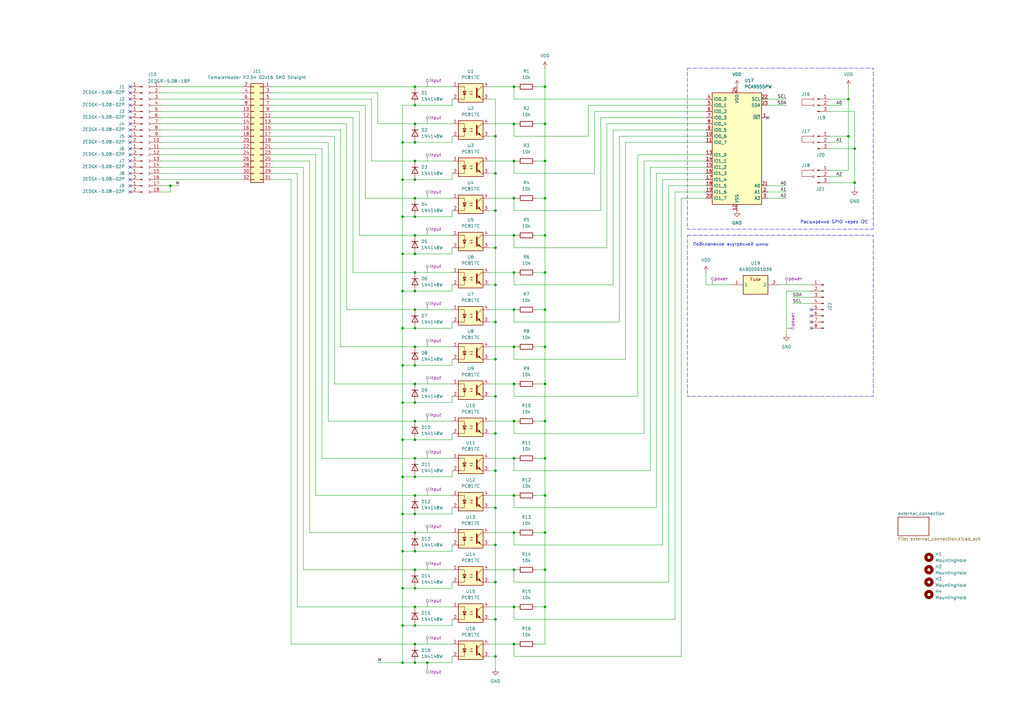
<source format=kicad_sch>
(kicad_sch (version 20231120) (generator "eeschema") (generator_version "8.0")
  (paper "A3")
  (title_block (title "Модуль PM-DI16-base"))
  (junction (at 170.18 157.48))
  (junction (at 165.1 119.38))
  (junction (at 210.82 96.52))
  (junction (at 210.82 248.92))
  (junction (at 203.2 162.56))
  (junction (at 223.52 111.76))
  (junction (at 223.52 35.56))
  (junction (at 170.18 180.34))
  (junction (at 223.52 127))
  (junction (at 170.18 66.04))
  (junction (at 165.1 210.82))
  (junction (at 170.18 218.44))
  (junction (at 170.18 43.18))
  (junction (at 170.18 248.92))
  (junction (at 203.2 177.8))
  (junction (at 210.82 66.04))
  (junction (at 210.82 111.76))
  (junction (at 203.2 55.88))
  (junction (at 170.18 256.54))
  (junction (at 203.2 71.12))
  (junction (at 170.18 73.66))
  (junction (at 223.52 96.52))
  (junction (at 165.1 271.78))
  (junction (at 223.52 187.96))
  (junction (at 170.18 210.82))
  (junction (at 223.52 233.68))
  (junction (at 170.18 96.52))
  (junction (at 210.82 157.48))
  (junction (at 223.52 142.24))
  (junction (at 175.26 271.78))
  (junction (at 170.18 226.06))
  (junction (at 203.2 208.28))
  (junction (at 170.18 187.96))
  (junction (at 203.2 132.08))
  (junction (at 170.18 172.72))
  (junction (at 210.82 127))
  (junction (at 210.82 233.68))
  (junction (at 165.1 88.9))
  (junction (at 170.18 58.42))
  (junction (at 350.52 74.93))
  (junction (at 170.18 88.9))
  (junction (at 203.2 193.04))
  (junction (at 210.82 264.16))
  (junction (at 170.18 233.68))
  (junction (at 165.1 104.14))
  (junction (at 203.2 223.52))
  (junction (at 170.18 104.14))
  (junction (at 223.52 81.28))
  (junction (at 170.18 264.16))
  (junction (at 165.1 165.1))
  (junction (at 170.18 111.76))
  (junction (at 223.52 157.48))
  (junction (at 165.1 180.34))
  (junction (at 170.18 195.58))
  (junction (at 165.1 134.62))
  (junction (at 210.82 187.96))
  (junction (at 170.18 50.8))
  (junction (at 170.18 127))
  (junction (at 170.18 241.3))
  (junction (at 347.98 40.64))
  (junction (at 223.52 248.92))
  (junction (at 347.98 55.88))
  (junction (at 165.1 149.86))
  (junction (at 165.1 256.54))
  (junction (at 203.2 238.76))
  (junction (at 203.2 116.84))
  (junction (at 170.18 81.28))
  (junction (at 210.82 81.28))
  (junction (at 203.2 147.32))
  (junction (at 170.18 119.38))
  (junction (at 203.2 269.24))
  (junction (at 210.82 203.2))
  (junction (at 170.18 271.78))
  (junction (at 210.82 172.72))
  (junction (at 165.1 226.06))
  (junction (at 210.82 35.56))
  (junction (at 165.1 195.58))
  (junction (at 210.82 142.24))
  (junction (at 210.82 218.44))
  (junction (at 203.2 254))
  (junction (at 223.52 172.72))
  (junction (at 350.52 60.96))
  (junction (at 170.18 142.24))
  (junction (at 170.18 165.1))
  (junction (at 170.18 35.56))
  (junction (at 69.85 76.2))
  (junction (at 170.18 134.62))
  (junction (at 170.18 203.2))
  (junction (at 210.82 50.8))
  (junction (at 170.18 149.86))
  (junction (at 223.52 203.2))
  (junction (at 223.52 66.04))
  (junction (at 223.52 218.44))
  (junction (at 165.1 58.42))
  (junction (at 203.2 101.6))
  (junction (at 203.2 86.36))
  (junction (at 223.52 50.8))
  (junction (at 165.1 241.3))
  (junction (at 165.1 73.66))
  (no_connect (at 53.34 71.12))
  (no_connect (at 332.74 132.08))
  (no_connect (at 53.34 58.42))
  (no_connect (at 53.34 55.88))
  (no_connect (at 332.74 129.54))
  (no_connect (at 332.74 134.62))
  (no_connect (at 53.34 43.18))
  (no_connect (at 53.34 68.58))
  (no_connect (at 53.34 38.1))
  (no_connect (at 53.34 73.66))
  (no_connect (at 53.34 48.26))
  (no_connect (at 53.34 78.74))
  (no_connect (at 53.34 40.64))
  (no_connect (at 53.34 53.34))
  (no_connect (at 53.34 60.96))
  (no_connect (at 53.34 76.2))
  (no_connect (at 53.34 45.72))
  (no_connect (at 53.34 63.5))
  (no_connect (at 314.96 48.26))
  (no_connect (at 53.34 66.04))
  (no_connect (at 53.34 50.8))
  (no_connect (at 332.74 127))
  (no_connect (at 53.34 35.56))
  (wire (pts (xy 185.42 104.14) (xy 185.42 101.6)))
  (wire (pts (xy 165.1 241.3) (xy 170.18 241.3)))
  (wire (pts (xy 111.76 53.34) (xy 139.7 53.34)))
  (wire (pts (xy 203.2 86.36) (xy 203.2 101.6)))
  (wire (pts (xy 210.82 127) (xy 212.09 127)))
  (wire (pts (xy 223.52 66.04) (xy 223.52 81.28)))
  (wire (pts (xy 170.18 111.76) (xy 185.42 111.76)))
  (wire (pts (xy 185.42 241.3) (xy 185.42 238.76)))
  (wire (pts (xy 165.1 210.82) (xy 170.18 210.82)))
  (wire (pts (xy 185.42 119.38) (xy 185.42 116.84)))
  (wire (pts (xy 219.71 187.96) (xy 223.52 187.96)))
  (wire (pts (xy 66.04 45.72) (xy 99.06 45.72)))
  (wire (pts (xy 200.66 111.76) (xy 210.82 111.76)))
  (wire (pts (xy 185.42 134.62) (xy 185.42 132.08)))
  (wire (pts (xy 266.7 193.04) (xy 266.7 68.58)))
  (wire (pts (xy 223.52 187.96) (xy 223.52 203.2)))
  (wire (pts (xy 261.62 63.5) (xy 261.62 162.56)))
  (wire (pts (xy 203.2 254) (xy 203.2 269.24)))
  (wire (pts (xy 127 218.44) (xy 170.18 218.44)))
  (wire (pts (xy 203.2 71.12) (xy 203.2 86.36)))
  (wire (pts (xy 200.66 162.56) (xy 203.2 162.56)))
  (wire (pts (xy 66.04 78.74) (xy 69.85 78.74)))
  (wire (pts (xy 210.82 116.84) (xy 251.46 116.84)))
  (wire (pts (xy 210.82 66.04) (xy 210.82 71.12)))
  (wire (pts (xy 175.26 273.05) (xy 175.26 271.78)))
  (wire (pts (xy 340.36 55.88) (xy 347.98 55.88)))
  (wire (pts (xy 314.96 81.28) (xy 322.58 81.28)))
  (wire (pts (xy 111.76 35.56) (xy 170.18 35.56)))
  (wire (pts (xy 210.82 203.2) (xy 210.82 208.28)))
  (wire (pts (xy 200.66 50.8) (xy 210.82 50.8)))
  (wire (pts (xy 210.82 187.96) (xy 210.82 193.04)))
  (wire (pts (xy 129.54 203.2) (xy 170.18 203.2)))
  (wire (pts (xy 175.26 271.78) (xy 185.42 271.78)))
  (wire (pts (xy 165.1 256.54) (xy 170.18 256.54)))
  (wire (pts (xy 200.66 35.56) (xy 210.82 35.56)))
  (wire (pts (xy 170.18 119.38) (xy 185.42 119.38)))
  (wire (pts (xy 322.58 119.38) (xy 322.58 137.16)))
  (wire (pts (xy 200.66 132.08) (xy 203.2 132.08)))
  (wire (pts (xy 210.82 223.52) (xy 271.78 223.52)))
  (wire (pts (xy 129.54 63.5) (xy 111.76 63.5)))
  (wire (pts (xy 66.04 48.26) (xy 99.06 48.26)))
  (wire (pts (xy 139.7 142.24) (xy 170.18 142.24)))
  (wire (pts (xy 223.52 157.48) (xy 223.52 172.72)))
  (wire (pts (xy 170.18 81.28) (xy 185.42 81.28)))
  (wire (pts (xy 152.4 66.04) (xy 152.4 40.64)))
  (wire (pts (xy 165.1 134.62) (xy 170.18 134.62)))
  (wire (pts (xy 165.1 180.34) (xy 170.18 180.34)))
  (wire (pts (xy 165.1 134.62) (xy 165.1 149.86)))
  (wire (pts (xy 200.66 96.52) (xy 210.82 96.52)))
  (wire (pts (xy 66.04 60.96) (xy 99.06 60.96)))
  (wire (pts (xy 200.66 269.24) (xy 203.2 269.24)))
  (wire (pts (xy 210.82 264.16) (xy 210.82 269.24)))
  (wire (pts (xy 66.04 40.64) (xy 99.06 40.64)))
  (wire (pts (xy 170.18 172.72) (xy 185.42 172.72)))
  (wire (pts (xy 165.1 149.86) (xy 165.1 165.1)))
  (wire (pts (xy 210.82 127) (xy 210.82 132.08)))
  (wire (pts (xy 314.96 43.18) (xy 322.58 43.18)))
  (wire (pts (xy 210.82 142.24) (xy 212.09 142.24)))
  (wire (pts (xy 223.52 50.8) (xy 223.52 66.04)))
  (wire (pts (xy 241.3 43.18) (xy 289.56 43.18)))
  (wire (pts (xy 325.12 124.46) (xy 332.74 124.46)))
  (wire (pts (xy 111.76 43.18) (xy 149.86 43.18)))
  (wire (pts (xy 170.18 142.24) (xy 185.42 142.24)))
  (wire (pts (xy 314.96 40.64) (xy 322.58 40.64)))
  (wire (pts (xy 340.36 60.96) (xy 350.52 60.96)))
  (wire (pts (xy 170.18 195.58) (xy 185.42 195.58)))
  (wire (pts (xy 203.2 55.88) (xy 203.2 71.12)))
  (wire (pts (xy 170.18 50.8) (xy 185.42 50.8)))
  (wire (pts (xy 289.56 81.28) (xy 279.4 81.28)))
  (wire (pts (xy 203.2 208.28) (xy 203.2 223.52)))
  (wire (pts (xy 219.71 111.76) (xy 223.52 111.76)))
  (wire (pts (xy 121.92 71.12) (xy 121.92 248.92)))
  (wire (pts (xy 170.18 96.52) (xy 185.42 96.52)))
  (wire (pts (xy 203.2 132.08) (xy 203.2 147.32)))
  (wire (pts (xy 219.71 203.2) (xy 223.52 203.2)))
  (wire (pts (xy 170.18 256.54) (xy 185.42 256.54)))
  (wire (pts (xy 111.76 50.8) (xy 142.24 50.8)))
  (wire (pts (xy 170.18 187.96) (xy 185.42 187.96)))
  (wire (pts (xy 210.82 96.52) (xy 210.82 101.6)))
  (wire (pts (xy 132.08 187.96) (xy 170.18 187.96)))
  (wire (pts (xy 170.18 264.16) (xy 185.42 264.16)))
  (wire (pts (xy 243.84 45.72) (xy 243.84 71.12)))
  (wire (pts (xy 223.52 96.52) (xy 223.52 111.76)))
  (wire (pts (xy 185.42 162.56) (xy 185.42 165.1)))
  (wire (pts (xy 223.52 218.44) (xy 223.52 233.68)))
  (wire (pts (xy 223.52 35.56) (xy 223.52 50.8)))
  (wire (pts (xy 165.1 226.06) (xy 170.18 226.06)))
  (wire (pts (xy 210.82 86.36) (xy 246.38 86.36)))
  (wire (pts (xy 165.1 73.66) (xy 170.18 73.66)))
  (wire (pts (xy 210.82 101.6) (xy 248.92 101.6)))
  (wire (pts (xy 200.66 264.16) (xy 210.82 264.16)))
  (wire (pts (xy 347.98 40.64) (xy 347.98 55.88)))
  (wire (pts (xy 165.1 58.42) (xy 170.18 58.42)))
  (wire (pts (xy 210.82 111.76) (xy 212.09 111.76)))
  (wire (pts (xy 165.1 195.58) (xy 165.1 210.82)))
  (wire (pts (xy 210.82 142.24) (xy 210.82 147.32)))
  (wire (pts (xy 165.1 226.06) (xy 165.1 241.3)))
  (wire (pts (xy 137.16 157.48) (xy 170.18 157.48)))
  (wire (pts (xy 271.78 223.52) (xy 271.78 73.66)))
  (wire (pts (xy 210.82 248.92) (xy 210.82 254)))
  (wire (pts (xy 203.2 193.04) (xy 203.2 208.28)))
  (wire (pts (xy 200.66 66.04) (xy 210.82 66.04)))
  (wire (pts (xy 279.4 81.28) (xy 279.4 269.24)))
  (wire (pts (xy 289.56 63.5) (xy 261.62 63.5)))
  (wire (pts (xy 154.94 271.78) (xy 165.1 271.78)))
  (wire (pts (xy 165.1 165.1) (xy 165.1 180.34)))
  (wire (pts (xy 203.2 223.52) (xy 203.2 238.76)))
  (wire (pts (xy 200.66 116.84) (xy 203.2 116.84)))
  (wire (pts (xy 219.71 50.8) (xy 223.52 50.8)))
  (wire (pts (xy 223.52 142.24) (xy 223.52 157.48)))
  (wire (pts (xy 66.04 66.04) (xy 99.06 66.04)))
  (wire (pts (xy 269.24 71.12) (xy 269.24 208.28)))
  (wire (pts (xy 165.1 43.18) (xy 165.1 58.42)))
  (wire (pts (xy 276.86 78.74) (xy 289.56 78.74)))
  (wire (pts (xy 347.98 40.64) (xy 347.98 35.56)))
  (wire (pts (xy 165.1 119.38) (xy 165.1 134.62)))
  (wire (pts (xy 219.71 233.68) (xy 223.52 233.68)))
  (wire (pts (xy 185.42 256.54) (xy 185.42 254)))
  (wire (pts (xy 170.18 226.06) (xy 185.42 226.06)))
  (wire (pts (xy 147.32 96.52) (xy 170.18 96.52)))
  (wire (pts (xy 185.42 58.42) (xy 185.42 55.88)))
  (wire (pts (xy 66.04 38.1) (xy 99.06 38.1)))
  (wire (pts (xy 200.66 248.92) (xy 210.82 248.92)))
  (wire (pts (xy 203.2 101.6) (xy 203.2 116.84)))
  (wire (pts (xy 124.46 68.58) (xy 124.46 233.68)))
  (wire (pts (xy 210.82 55.88) (xy 241.3 55.88)))
  (wire (pts (xy 170.18 58.42) (xy 185.42 58.42)))
  (wire (pts (xy 66.04 50.8) (xy 99.06 50.8)))
  (wire (pts (xy 66.04 71.12) (xy 99.06 71.12)))
  (wire (pts (xy 154.94 50.8) (xy 154.94 38.1)))
  (wire (pts (xy 142.24 127) (xy 142.24 50.8)))
  (wire (pts (xy 200.66 187.96) (xy 210.82 187.96)))
  (wire (pts (xy 289.56 116.84) (xy 289.56 111.76)))
  (wire (pts (xy 185.42 226.06) (xy 185.42 223.52)))
  (wire (pts (xy 203.2 162.56) (xy 203.2 177.8)))
  (wire (pts (xy 165.1 73.66) (xy 165.1 88.9)))
  (wire (pts (xy 210.82 50.8) (xy 210.82 55.88)))
  (wire (pts (xy 340.36 40.64) (xy 347.98 40.64)))
  (wire (pts (xy 170.18 104.14) (xy 185.42 104.14)))
  (wire (pts (xy 350.52 60.96) (xy 350.52 74.93)))
  (wire (pts (xy 119.38 73.66) (xy 111.76 73.66)))
  (wire (pts (xy 66.04 53.34) (xy 99.06 53.34)))
  (wire (pts (xy 147.32 96.52) (xy 147.32 45.72)))
  (wire (pts (xy 127 66.04) (xy 127 218.44)))
  (wire (pts (xy 210.82 81.28) (xy 210.82 86.36)))
  (wire (pts (xy 210.82 218.44) (xy 210.82 223.52)))
  (wire (pts (xy 219.71 264.16) (xy 223.52 264.16)))
  (wire (pts (xy 165.1 165.1) (xy 170.18 165.1)))
  (wire (pts (xy 66.04 68.58) (xy 99.06 68.58)))
  (wire (pts (xy 210.82 50.8) (xy 212.09 50.8)))
  (wire (pts (xy 223.52 127) (xy 223.52 142.24)))
  (wire (pts (xy 210.82 162.56) (xy 261.62 162.56)))
  (wire (pts (xy 340.36 45.72) (xy 350.52 45.72)))
  (wire (pts (xy 200.66 147.32) (xy 203.2 147.32)))
  (wire (pts (xy 210.82 187.96) (xy 212.09 187.96)))
  (wire (pts (xy 200.66 81.28) (xy 210.82 81.28)))
  (wire (pts (xy 219.71 81.28) (xy 223.52 81.28)))
  (wire (pts (xy 170.18 66.04) (xy 185.42 66.04)))
  (wire (pts (xy 66.04 63.5) (xy 99.06 63.5)))
  (wire (pts (xy 200.66 238.76) (xy 203.2 238.76)))
  (wire (pts (xy 170.18 165.1) (xy 185.42 165.1)))
  (wire (pts (xy 200.66 203.2) (xy 210.82 203.2)))
  (wire (pts (xy 154.94 50.8) (xy 170.18 50.8)))
  (wire (pts (xy 170.18 241.3) (xy 185.42 241.3)))
  (wire (pts (xy 185.42 195.58) (xy 185.42 193.04)))
  (wire (pts (xy 223.52 27.94) (xy 223.52 35.56)))
  (wire (pts (xy 165.1 256.54) (xy 165.1 271.78)))
  (wire (pts (xy 152.4 66.04) (xy 170.18 66.04)))
  (wire (pts (xy 210.82 172.72) (xy 212.09 172.72)))
  (wire (pts (xy 210.82 218.44) (xy 212.09 218.44)))
  (wire (pts (xy 274.32 76.2) (xy 274.32 238.76)))
  (wire (pts (xy 144.78 111.76) (xy 170.18 111.76)))
  (wire (pts (xy 185.42 271.78) (xy 185.42 269.24)))
  (wire (pts (xy 200.66 172.72) (xy 210.82 172.72)))
  (wire (pts (xy 320.04 116.84) (xy 332.74 116.84)))
  (wire (pts (xy 219.71 96.52) (xy 223.52 96.52)))
  (wire (pts (xy 254 55.88) (xy 254 132.08)))
  (wire (pts (xy 340.36 69.85) (xy 347.98 69.85)))
  (wire (pts (xy 111.76 48.26) (xy 144.78 48.26)))
  (wire (pts (xy 241.3 43.18) (xy 241.3 55.88)))
  (wire (pts (xy 210.82 172.72) (xy 210.82 177.8)))
  (wire (pts (xy 203.2 177.8) (xy 203.2 193.04)))
  (wire (pts (xy 170.18 218.44) (xy 185.42 218.44)))
  (wire (pts (xy 210.82 157.48) (xy 210.82 162.56)))
  (wire (pts (xy 134.62 58.42) (xy 134.62 172.72)))
  (wire (pts (xy 256.54 58.42) (xy 256.54 147.32)))
  (wire (pts (xy 165.1 149.86) (xy 170.18 149.86)))
  (wire (pts (xy 200.66 157.48) (xy 210.82 157.48)))
  (wire (pts (xy 210.82 264.16) (xy 212.09 264.16)))
  (wire (pts (xy 200.66 193.04) (xy 203.2 193.04)))
  (wire (pts (xy 210.82 269.24) (xy 279.4 269.24)))
  (wire (pts (xy 332.74 119.38) (xy 322.58 119.38)))
  (wire (pts (xy 111.76 55.88) (xy 137.16 55.88)))
  (wire (pts (xy 165.1 88.9) (xy 170.18 88.9)))
  (wire (pts (xy 210.82 40.64) (xy 289.56 40.64)))
  (wire (pts (xy 170.18 180.34) (xy 185.42 180.34)))
  (wire (pts (xy 165.1 104.14) (xy 170.18 104.14)))
  (wire (pts (xy 200.66 71.12) (xy 203.2 71.12)))
  (wire (pts (xy 340.36 58.42) (xy 345.44 58.42)))
  (wire (pts (xy 314.96 76.2) (xy 322.58 76.2)))
  (wire (pts (xy 129.54 63.5) (xy 129.54 203.2)))
  (wire (pts (xy 203.2 269.24) (xy 203.2 274.32)))
  (wire (pts (xy 200.66 40.64) (xy 203.2 40.64)))
  (wire (pts (xy 165.1 119.38) (xy 170.18 119.38)))
  (wire (pts (xy 170.18 149.86) (xy 185.42 149.86)))
  (wire (pts (xy 69.85 78.74) (xy 69.85 76.2)))
  (wire (pts (xy 165.1 271.78) (xy 170.18 271.78)))
  (wire (pts (xy 210.82 177.8) (xy 264.16 177.8)))
  (wire (pts (xy 144.78 111.76) (xy 144.78 48.26)))
  (wire (pts (xy 210.82 81.28) (xy 212.09 81.28)))
  (wire (pts (xy 203.2 147.32) (xy 203.2 162.56)))
  (wire (pts (xy 200.66 127) (xy 210.82 127)))
  (wire (pts (xy 210.82 193.04) (xy 266.7 193.04)))
  (wire (pts (xy 219.71 66.04) (xy 223.52 66.04)))
  (wire (pts (xy 289.56 116.84) (xy 299.72 116.84)))
  (wire (pts (xy 124.46 68.58) (xy 111.76 68.58)))
  (wire (pts (xy 111.76 60.96) (xy 132.08 60.96)))
  (wire (pts (xy 314.96 78.74) (xy 322.58 78.74)))
  (wire (pts (xy 340.36 72.39) (xy 345.44 72.39)))
  (wire (pts (xy 210.82 157.48) (xy 212.09 157.48)))
  (wire (pts (xy 165.1 58.42) (xy 165.1 73.66)))
  (wire (pts (xy 165.1 104.14) (xy 165.1 119.38)))
  (wire (pts (xy 170.18 233.68) (xy 185.42 233.68)))
  (wire (pts (xy 139.7 142.24) (xy 139.7 53.34)))
  (wire (pts (xy 66.04 35.56) (xy 99.06 35.56)))
  (wire (pts (xy 210.82 132.08) (xy 254 132.08)))
  (wire (pts (xy 69.85 76.2) (xy 73.66 76.2)))
  (wire (pts (xy 111.76 66.04) (xy 127 66.04)))
  (wire (pts (xy 219.71 127) (xy 223.52 127)))
  (wire (pts (xy 219.71 218.44) (xy 223.52 218.44)))
  (wire (pts (xy 66.04 43.18) (xy 99.06 43.18)))
  (wire (pts (xy 219.71 142.24) (xy 223.52 142.24)))
  (wire (pts (xy 340.36 43.18) (xy 345.44 43.18)))
  (wire (pts (xy 185.42 88.9) (xy 185.42 86.36)))
  (wire (pts (xy 243.84 45.72) (xy 289.56 45.72)))
  (wire (pts (xy 289.56 66.04) (xy 264.16 66.04)))
  (wire (pts (xy 210.82 111.76) (xy 210.82 116.84)))
  (wire (pts (xy 165.1 210.82) (xy 165.1 226.06)))
  (wire (pts (xy 223.52 233.68) (xy 223.52 248.92)))
  (wire (pts (xy 210.82 208.28) (xy 269.24 208.28)))
  (wire (pts (xy 246.38 48.26) (xy 289.56 48.26)))
  (wire (pts (xy 165.1 43.18) (xy 170.18 43.18)))
  (wire (pts (xy 185.42 149.86) (xy 185.42 147.32)))
  (wire (pts (xy 170.18 73.66) (xy 185.42 73.66)))
  (wire (pts (xy 132.08 60.96) (xy 132.08 187.96)))
  (wire (pts (xy 165.1 88.9) (xy 165.1 104.14)))
  (wire (pts (xy 223.52 172.72) (xy 223.52 187.96)))
  (wire (pts (xy 340.36 74.93) (xy 350.52 74.93)))
  (wire (pts (xy 210.82 248.92) (xy 212.09 248.92)))
  (wire (pts (xy 251.46 53.34) (xy 251.46 116.84)))
  (wire (pts (xy 111.76 38.1) (xy 154.94 38.1)))
  (wire (pts (xy 223.52 203.2) (xy 223.52 218.44)))
  (wire (pts (xy 200.66 223.52) (xy 203.2 223.52)))
  (wire (pts (xy 119.38 73.66) (xy 119.38 264.16)))
  (wire (pts (xy 185.42 73.66) (xy 185.42 71.12)))
  (wire (pts (xy 134.62 58.42) (xy 111.76 58.42)))
  (wire (pts (xy 289.56 76.2) (xy 274.32 76.2)))
  (wire (pts (xy 200.66 218.44) (xy 210.82 218.44)))
  (wire (pts (xy 200.66 254) (xy 203.2 254)))
  (wire (pts (xy 203.2 40.64) (xy 203.2 55.88)))
  (wire (pts (xy 170.18 35.56) (xy 185.42 35.56)))
  (wire (pts (xy 210.82 35.56) (xy 210.82 40.64)))
  (wire (pts (xy 66.04 55.88) (xy 99.06 55.88)))
  (wire (pts (xy 119.38 264.16) (xy 170.18 264.16)))
  (wire (pts (xy 200.66 86.36) (xy 203.2 86.36)))
  (wire (pts (xy 223.52 81.28) (xy 223.52 96.52)))
  (wire (pts (xy 203.2 238.76) (xy 203.2 254)))
  (wire (pts (xy 121.92 248.92) (xy 170.18 248.92)))
  (wire (pts (xy 165.1 180.34) (xy 165.1 195.58)))
  (wire (pts (xy 219.71 35.56) (xy 223.52 35.56)))
  (wire (pts (xy 165.1 195.58) (xy 170.18 195.58)))
  (wire (pts (xy 210.82 71.12) (xy 243.84 71.12)))
  (wire (pts (xy 66.04 58.42) (xy 99.06 58.42)))
  (wire (pts (xy 111.76 45.72) (xy 147.32 45.72)))
  (wire (pts (xy 276.86 254) (xy 276.86 78.74)))
  (wire (pts (xy 66.04 73.66) (xy 99.06 73.66)))
  (wire (pts (xy 142.24 127) (xy 170.18 127)))
  (wire (pts (xy 248.92 50.8) (xy 248.92 101.6)))
  (wire (pts (xy 219.71 157.48) (xy 223.52 157.48)))
  (wire (pts (xy 210.82 238.76) (xy 274.32 238.76)))
  (wire (pts (xy 266.7 68.58) (xy 289.56 68.58)))
  (wire (pts (xy 210.82 203.2) (xy 212.09 203.2)))
  (wire (pts (xy 289.56 71.12) (xy 269.24 71.12)))
  (wire (pts (xy 210.82 233.68) (xy 210.82 238.76)))
  (wire (pts (xy 251.46 53.34) (xy 289.56 53.34)))
  (wire (pts (xy 170.18 248.92) (xy 185.42 248.92)))
  (wire (pts (xy 170.18 88.9) (xy 185.42 88.9)))
  (wire (pts (xy 200.66 101.6) (xy 203.2 101.6)))
  (wire (pts (xy 170.18 134.62) (xy 185.42 134.62)))
  (wire (pts (xy 271.78 73.66) (xy 289.56 73.66)))
  (wire (pts (xy 185.42 40.64) (xy 185.42 43.18)))
  (wire (pts (xy 210.82 233.68) (xy 212.09 233.68)))
  (wire (pts (xy 254 55.88) (xy 289.56 55.88)))
  (wire (pts (xy 210.82 96.52) (xy 212.09 96.52)))
  (wire (pts (xy 347.98 55.88) (xy 347.98 69.85)))
  (wire (pts (xy 248.92 50.8) (xy 289.56 50.8)))
  (wire (pts (xy 66.04 76.2) (xy 69.85 76.2)))
  (wire (pts (xy 170.18 157.48) (xy 185.42 157.48)))
  (wire (pts (xy 350.52 45.72) (xy 350.52 60.96)))
  (wire (pts (xy 350.52 74.93) (xy 350.52 77.47)))
  (wire (pts (xy 149.86 81.28) (xy 149.86 43.18)))
  (wire (pts (xy 200.66 177.8) (xy 203.2 177.8)))
  (wire (pts (xy 200.66 208.28) (xy 203.2 208.28)))
  (wire (pts (xy 170.18 210.82) (xy 185.42 210.82)))
  (wire (pts (xy 219.71 248.92) (xy 223.52 248.92)))
  (wire (pts (xy 210.82 66.04) (xy 212.09 66.04)))
  (wire (pts (xy 124.46 233.68) (xy 170.18 233.68)))
  (wire (pts (xy 325.12 121.92) (xy 332.74 121.92)))
  (wire (pts (xy 210.82 147.32) (xy 256.54 147.32)))
  (wire (pts (xy 185.42 210.82) (xy 185.42 208.28)))
  (wire (pts (xy 200.66 233.68) (xy 210.82 233.68)))
  (wire (pts (xy 264.16 66.04) (xy 264.16 177.8)))
  (wire (pts (xy 149.86 81.28) (xy 170.18 81.28)))
  (wire (pts (xy 200.66 142.24) (xy 210.82 142.24)))
  (wire (pts (xy 219.71 172.72) (xy 223.52 172.72)))
  (wire (pts (xy 111.76 71.12) (xy 121.92 71.12)))
  (wire (pts (xy 134.62 172.72) (xy 170.18 172.72)))
  (wire (pts (xy 111.76 40.64) (xy 152.4 40.64)))
  (wire (pts (xy 170.18 127) (xy 185.42 127)))
  (wire (pts (xy 223.52 248.92) (xy 223.52 264.16)))
  (wire (pts (xy 170.18 203.2) (xy 185.42 203.2)))
  (wire (pts (xy 137.16 55.88) (xy 137.16 157.48)))
  (wire (pts (xy 210.82 254) (xy 276.86 254)))
  (wire (pts (xy 223.52 111.76) (xy 223.52 127)))
  (wire (pts (xy 256.54 58.42) (xy 289.56 58.42)))
  (wire (pts (xy 185.42 180.34) (xy 185.42 177.8)))
  (wire (pts (xy 203.2 116.84) (xy 203.2 132.08)))
  (wire (pts (xy 170.18 271.78) (xy 175.26 271.78)))
  (wire (pts (xy 210.82 35.56) (xy 212.09 35.56)))
  (wire (pts (xy 200.66 55.88) (xy 203.2 55.88)))
  (wire (pts (xy 246.38 48.26) (xy 246.38 86.36)))
  (wire (pts (xy 165.1 241.3) (xy 165.1 256.54)))
  (wire (pts (xy 170.18 43.18) (xy 185.42 43.18)))
  (rectangle (start 281.94 27.94) (end 358.14 93.98) (stroke (width 0) (type dash)))
  (rectangle (start 281.94 96.52) (end 358.14 162.56) (stroke (width 0) (type dash)))
  (text "Расширение GPIO через I2C" (at 342.138 91.186 0) (effects (font (size 1.27 1.27))))
  (text "Подключение внутренней шины" (at 299.72 100.33 0) (effects (font (size 1.27 1.27))))
  (label "SCL" (at 322.58 40.64 180))
  (label "A1" (at 345.44 58.42 180))
  (label "A2" (at 322.58 81.28 180))
  (label "M" (at 73.66 76.2 180))
  (label "SDA" (at 325.12 121.92 0))
  (label "SDA" (at 322.58 43.18 180))
  (label "A0" (at 345.44 43.18 180))
  (label "A0" (at 322.58 76.2 180))
  (label "A1" (at 322.58 78.74 180))
  (label "A2" (at 345.44 72.39 180))
  (label "SCL" (at 325.12 124.46 0))
  (label "M" (at 154.94 271.78 0))
  (netclass_flag "" (length 2.54) (shape round) (at 175.26 96.52 0) (property "Netclass" "input" (at 175.9585 93.98 0) (effects (font (italic yes)) (justify left))))
  (netclass_flag "" (length 2.54) (shape round) (at 292.1 116.84 0) (property "Netclass" "power" (at 292.7985 114.3 0) (effects (font (italic yes)) (justify left))))
  (netclass_flag "" (length 2.54) (shape round) (at 175.26 218.44 0) (property "Netclass" "input" (at 175.9585 215.9 0) (effects (font (italic yes)) (justify left))))
  (netclass_flag "" (length 2.54) (shape round) (at 175.26 264.16 0) (property "Netclass" "input" (at 175.9585 261.62 0) (effects (font (italic yes)) (justify left))))
  (netclass_flag "" (length 2.54) (shape round) (at 175.26 172.72 0) (property "Netclass" "input" (at 175.9585 170.18 0) (effects (font (italic yes)) (justify left))))
  (netclass_flag "" (length 2.54) (shape round) (at 175.26 233.68 0) (property "Netclass" "input" (at 175.9585 231.14 0) (effects (font (italic yes)) (justify left))))
  (netclass_flag "" (length 2.54) (shape round) (at 322.58 116.84 0) (property "Netclass" "power" (at 323.2785 114.3 0) (effects (font (italic yes)) (justify left))))
  (netclass_flag "" (length 2.54) (shape round) (at 175.26 66.04 0) (property "Netclass" "input" (at 175.9585 63.5 0) (effects (font (italic yes)) (justify left))))
  (netclass_flag "" (length 2.54) (shape round) (at 175.26 81.28 0) (property "Netclass" "input" (at 175.9585 78.74 0) (effects (font (italic yes)) (justify left))))
  (netclass_flag "" (length 2.54) (shape round) (at 175.26 187.96 0) (property "Netclass" "input" (at 175.9585 185.42 0) (effects (font (italic yes)) (justify left))))
  (netclass_flag "" (length 2.54) (shape round) (at 175.26 157.48 0) (property "Netclass" "input" (at 175.9585 154.94 0) (effects (font (italic yes)) (justify left))))
  (netclass_flag "" (length 2.54) (shape round) (at 175.26 273.05 180) (property "Netclass" "input" (at 175.9585 275.59 0) (effects (font (italic yes)) (justify left))))
  (netclass_flag "" (length 2.54) (shape round) (at 175.26 248.92 0) (property "Netclass" "input" (at 175.9585 246.38 0) (effects (font (italic yes)) (justify left))))
  (netclass_flag "" (length 2.54) (shape round) (at 175.26 111.76 0) (property "Netclass" "input" (at 175.9585 109.22 0) (effects (font (italic yes)) (justify left))))
  (netclass_flag "" (length 2.54) (shape round) (at 175.26 50.8 0) (property "Netclass" "input" (at 175.9585 48.26 0) (effects (font (italic yes)) (justify left))))
  (netclass_flag "" (length 2.54) (shape round) (at 175.26 35.56 0) (property "Netclass" "input" (at 175.9585 33.02 0) (effects (font (italic yes)) (justify left))))
  (netclass_flag "" (length 2.54) (shape round) (at 175.26 203.2 0) (property "Netclass" "input" (at 175.9585 200.66 0) (effects (font (italic yes)) (justify left))))
  (netclass_flag "" (length 2.54) (shape round) (at 175.26 127 0) (property "Netclass" "input" (at 175.9585 124.46 0) (effects (font (italic yes)) (justify left))))
  (netclass_flag "" (length 2.54) (shape round) (at 175.26 142.24 0) (property "Netclass" "input" (at 175.9585 139.7 0) (effects (font (italic yes)) (justify left))))
  (netclass_flag "" (length 2.54) (shape round) (at 322.58 134.62 270) (property "Netclass" "power" (at 325.12 133.9215 90) (effects (font (italic yes)) (justify left))))
  (symbol (lib_id "kicad_inventree_lib:PC817C") (at 193.04 160.02 0) (unit 1)
    (property "Reference" "U9" (at 193.04 151.13 0))
    (property "Value" "PC817C" (at 193.04 153.67 0))
    (property "Footprint" "NextPCB:PC817XI_SOIC254P975X460-4N" (effects (hide yes)))
    (property "Datasheet" "http://inventree.network/part/28/" (effects (hide yes)))
    (property "Description" "DC Optocoupler, Vce 35V, CTR 50-300%, DIP-4" (effects (hide yes)))
    (property "NextPCB_url" "https://www.hqonline.com/product-detail/photocouplers-slkor-pc817c-2500382115" (effects (hide yes)))
    (property "NextPCB_price" "0.03334" (effects (hide yes)))
    (property "part_ipn" "PC817C" (effects (hide yes)))
  )
  (symbol (lib_id "kicad_inventree_lib:R_10k_1206_1%") (at 215.9 111.76 90) (unit 1)
    (property "Reference" "R6" (at 215.9 105.41 90))
    (property "Value" "10k" (at 215.9 107.95 90))
    (property "Footprint" "Resistor_SMD:R_1206_3216Metric_Pad1.30x1.75mm_HandSolder" (effects (hide yes)))
    (property "Datasheet" "http://inventree.network/part/26/" (effects (hide yes)))
    (property "Description" "Resistor" (effects (hide yes)))
    (property "NextPCB_price" "0.00169" (effects (hide yes)))
    (property "NextPCB_url" "https://www.hqonline.com/product-detail/chip-resistors-fojan-frc1206f3301ts-2500354421" (effects (hide yes)))
    (property "part_ipn" "R_10k_1206_1%" (effects (hide yes)))
  )
  (symbol (lib_id "kicad_inventree_lib:Degson_2EDGK-5.08-02P") (at 53.34 35.56 0) (mirror y) (unit 1) (on_board no)
    (property "Reference" "J1" (at 48.768 35.56 0) (effects (justify right)))
    (property "Value" "2EDGK-5.08-02P" (at 33.782 37.846 0) (effects (justify right)))
    (property "Datasheet" "http://inventree.network/part/18/" (effects (hide yes)))
    (property "Description" "Generic connector, single row, 01x02, script generated" (effects (hide yes)))
    (property "NextPCB_url" "https://www.hqonline.com/product-detail/max-maixu--mx2edgk-5-08-02p-gn01-cu-y-a-1027943030" (effects (hide yes)))
    (property "NextPCB_price" "0.11828" (effects (hide yes)))
    (property "part_ipn" "2EDGK-5.08-02P" (effects (hide yes)))
  )
  (symbol (lib_id "kicad_inventree_lib:PC817C") (at 193.04 114.3 0) (unit 1)
    (property "Reference" "U6" (at 193.04 105.41 0))
    (property "Value" "PC817C" (at 193.04 107.95 0))
    (property "Footprint" "NextPCB:PC817XI_SOIC254P975X460-4N" (effects (hide yes)))
    (property "Datasheet" "http://inventree.network/part/28/" (effects (hide yes)))
    (property "Description" "DC Optocoupler, Vce 35V, CTR 50-300%, DIP-4" (effects (hide yes)))
    (property "NextPCB_url" "https://www.hqonline.com/product-detail/photocouplers-slkor-pc817c-2500382115" (effects (hide yes)))
    (property "NextPCB_price" "0.03334" (effects (hide yes)))
    (property "part_ipn" "PC817C" (effects (hide yes)))
  )
  (symbol (lib_id "kicad_inventree_lib:PC817C") (at 193.04 190.5 0) (unit 1)
    (property "Reference" "U11" (at 193.04 181.61 0))
    (property "Value" "PC817C" (at 193.04 184.15 0))
    (property "Footprint" "NextPCB:PC817XI_SOIC254P975X460-4N" (effects (hide yes)))
    (property "Datasheet" "http://inventree.network/part/28/" (effects (hide yes)))
    (property "Description" "DC Optocoupler, Vce 35V, CTR 50-300%, DIP-4" (effects (hide yes)))
    (property "NextPCB_url" "https://www.hqonline.com/product-detail/photocouplers-slkor-pc817c-2500382115" (effects (hide yes)))
    (property "NextPCB_price" "0.03334" (effects (hide yes)))
    (property "part_ipn" "PC817C" (effects (hide yes)))
  )
  (symbol (lib_id "power:GND") (at 350.52 77.47 0) (unit 1)
    (property "Reference" "#PWR09" (effects (hide yes)))
    (property "Value" "GND" (at 350.52 82.55 0))
    (property "Description" "Power symbol creates a global label with name \"GND\" , ground" (effects (hide yes)))
  )
  (symbol (lib_id "power:GND") (at 322.58 137.16 0) (unit 1)
    (property "Reference" "#PWR011" (effects (hide yes)))
    (property "Value" "GND" (at 322.58 142.24 0))
    (property "Description" "Power symbol creates a global label with name \"GND\" , ground" (effects (hide yes)))
  )
  (symbol (lib_id "kicad_inventree_lib:PC817C") (at 193.04 83.82 0) (unit 1)
    (property "Reference" "U4" (at 193.04 74.93 0))
    (property "Value" "PC817C" (at 193.04 77.47 0))
    (property "Footprint" "NextPCB:PC817XI_SOIC254P975X460-4N" (effects (hide yes)))
    (property "Datasheet" "http://inventree.network/part/28/" (effects (hide yes)))
    (property "Description" "DC Optocoupler, Vce 35V, CTR 50-300%, DIP-4" (effects (hide yes)))
    (property "NextPCB_url" "https://www.hqonline.com/product-detail/photocouplers-slkor-pc817c-2500382115" (effects (hide yes)))
    (property "NextPCB_price" "0.03334" (effects (hide yes)))
    (property "part_ipn" "PC817C" (effects (hide yes)))
  )
  (symbol (lib_name "1N4148W_3") (lib_id "kicad_inventree_lib:1N4148W") (at 170.18 54.61 270) (unit 1)
    (property "Reference" "D2" (at 172.72 53.3399 90) (effects (justify left)))
    (property "Value" "1N4148W" (at 172.72 55.8799 90) (effects (justify left)))
    (property "Footprint" "Diode_SMD:D_SOD-123" (effects (hide yes)))
    (property "Datasheet" "http://inventree.network/part/27/" (effects (hide yes)))
    (property "Description" "Diode" (effects (hide yes)))
    (property "Sim.Device" "D" (effects (hide yes)))
    (property "Sim.Pins" "1=K 2=A" (effects (hide yes)))
    (property "MfrPart" "1N4148W" (effects (hide yes)))
    (property "Manufacturer" "Jingdao" (effects (hide yes)))
    (property "HQPart" "DS0143597" (effects (hide yes)))
    (property "NextPCB_price" "0.00811" (effects (hide yes)))
    (property "NextPCB_url" "https://www.hqonline.com/product-detail/switching-diodes--small-signal--st-xianke--1n4148w-2500240525" (effects (hide yes)))
    (property "part_ipn" "1N4148W" (effects (hide yes)))
  )
  (symbol (lib_id "kicad_inventree_lib:R_10k_1206_1%") (at 215.9 264.16 90) (unit 1)
    (property "Reference" "R16" (at 215.9 257.81 90))
    (property "Value" "10k" (at 215.9 260.35 90))
    (property "Footprint" "Resistor_SMD:R_1206_3216Metric_Pad1.30x1.75mm_HandSolder" (effects (hide yes)))
    (property "Datasheet" "http://inventree.network/part/26/" (effects (hide yes)))
    (property "Description" "Resistor" (effects (hide yes)))
    (property "NextPCB_price" "0.00169" (effects (hide yes)))
    (property "NextPCB_url" "https://www.hqonline.com/product-detail/chip-resistors-fojan-frc1206f3301ts-2500354421" (effects (hide yes)))
    (property "part_ipn" "R_10k_1206_1%" (effects (hide yes)))
  )
  (symbol (lib_id "kicad_inventree_lib:Shunt 2.54 Open Top") (at 334.01 67.31 0) (unit 1) (on_board no)
    (property "Reference" "J18" (at 328.676 67.818 0) (effects (justify left)))
    (property "Value" "Shunt 2.54 Open Top" (effects (hide yes)))
    (property "Datasheet" "http://inventree.network/part/25/" (effects (hide yes)))
    (property "part_ipn" "Shunt 2.54 Open Top" (effects (hide yes)))
  )
  (symbol (lib_id "kicad_inventree_lib:R_10k_1206_1%") (at 215.9 66.04 90) (unit 1)
    (property "Reference" "R3" (at 215.9 59.69 90))
    (property "Value" "10k" (at 215.9 62.23 90))
    (property "Footprint" "Resistor_SMD:R_1206_3216Metric_Pad1.30x1.75mm_HandSolder" (effects (hide yes)))
    (property "Datasheet" "http://inventree.network/part/26/" (effects (hide yes)))
    (property "Description" "Resistor" (effects (hide yes)))
    (property "NextPCB_price" "0.00169" (effects (hide yes)))
    (property "NextPCB_url" "https://www.hqonline.com/product-detail/chip-resistors-fojan-frc1206f3301ts-2500354421" (effects (hide yes)))
    (property "part_ipn" "R_10k_1206_1%" (effects (hide yes)))
  )
  (symbol (lib_id "kicad_inventree_lib:PC817C") (at 193.04 236.22 0) (unit 1)
    (property "Reference" "U14" (at 193.04 227.33 0))
    (property "Value" "PC817C" (at 193.04 229.87 0))
    (property "Footprint" "NextPCB:PC817XI_SOIC254P975X460-4N" (effects (hide yes)))
    (property "Datasheet" "http://inventree.network/part/28/" (effects (hide yes)))
    (property "Description" "DC Optocoupler, Vce 35V, CTR 50-300%, DIP-4" (effects (hide yes)))
    (property "NextPCB_url" "https://www.hqonline.com/product-detail/photocouplers-slkor-pc817c-2500382115" (effects (hide yes)))
    (property "NextPCB_price" "0.03334" (effects (hide yes)))
    (property "part_ipn" "PC817C" (effects (hide yes)))
  )
  (symbol (lib_id "kicad_inventree_lib:PCA9555PW") (at 302.26 60.96 0) (mirror y) (unit 1)
    (property "Reference" "U17" (at 305.2765 33.02 0) (effects (justify right)))
    (property "Value" "PCA9555PW" (at 305.2765 35.56 0) (effects (justify right)))
    (property "Footprint" "Package_SO:TSSOP-24_4.4x7.8mm_P0.65mm" (effects (hide yes)))
    (property "Datasheet" "http://inventree.network/part/17/" (effects (hide yes)))
    (property "Description" "IO expander 16 GPIO, I2C 400kHz, Interrupt, 2.3 - 5.5V, TSSOP-24" (effects (hide yes)))
    (property "MPN" "PCA9555PW" (effects (hide yes)))
    (property "NextPCB_url" "https://www.hqonline.com/product-detail/enzhipu-nxp--pca9555pw-1025693950" (effects (hide yes)))
    (property "NextPCB_price" "0.75761" (effects (hide yes)))
    (property "part_ipn" "PCA9555PW" (effects (hide yes)))
  )
  (symbol (lib_id "power:VDD") (at 347.98 35.56 0) (unit 1)
    (property "Reference" "#PWR08" (effects (hide yes)))
    (property "Value" "VDD" (at 347.98 30.48 0))
    (property "Description" "Power symbol creates a global label with name \"VDD\"" (effects (hide yes)))
  )
  (symbol (lib_id "kicad_inventree_lib:PC817C") (at 193.04 99.06 0) (unit 1)
    (property "Reference" "U5" (at 193.04 90.17 0))
    (property "Value" "PC817C" (at 193.04 92.71 0))
    (property "Footprint" "NextPCB:PC817XI_SOIC254P975X460-4N" (effects (hide yes)))
    (property "Datasheet" "http://inventree.network/part/28/" (effects (hide yes)))
    (property "Description" "DC Optocoupler, Vce 35V, CTR 50-300%, DIP-4" (effects (hide yes)))
    (property "NextPCB_url" "https://www.hqonline.com/product-detail/photocouplers-slkor-pc817c-2500382115" (effects (hide yes)))
    (property "NextPCB_price" "0.03334" (effects (hide yes)))
    (property "part_ipn" "PC817C" (effects (hide yes)))
  )
  (symbol (lib_id "kicad_inventree_lib:1N4148W") (at 170.18 176.53 270) (unit 1)
    (property "Reference" "D10" (at 172.72 175.2599 90) (effects (justify left)))
    (property "Value" "1N4148W" (at 172.72 177.7999 90) (effects (justify left)))
    (property "Footprint" "Diode_SMD:D_SOD-123" (effects (hide yes)))
    (property "Datasheet" "http://inventree.network/part/27/" (effects (hide yes)))
    (property "Description" "Diode" (effects (hide yes)))
    (property "Sim.Device" "D" (effects (hide yes)))
    (property "Sim.Pins" "1=K 2=A" (effects (hide yes)))
    (property "MfrPart" "1N4148W" (effects (hide yes)))
    (property "Manufacturer" "Jingdao" (effects (hide yes)))
    (property "HQPart" "DS0143597" (effects (hide yes)))
    (property "NextPCB_price" "0.00811" (effects (hide yes)))
    (property "NextPCB_url" "https://www.hqonline.com/product-detail/switching-diodes--small-signal--st-xianke--1n4148w-2500240525" (effects (hide yes)))
    (property "part_ipn" "1N4148W" (effects (hide yes)))
  )
  (symbol (lib_id "kicad_inventree_lib:1N4148W") (at 170.18 237.49 270) (unit 1)
    (property "Reference" "D14" (at 172.72 236.2199 90) (effects (justify left)))
    (property "Value" "1N4148W" (at 172.72 238.7599 90) (effects (justify left)))
    (property "Footprint" "Diode_SMD:D_SOD-123" (effects (hide yes)))
    (property "Datasheet" "http://inventree.network/part/27/" (effects (hide yes)))
    (property "Description" "Diode" (effects (hide yes)))
    (property "Sim.Device" "D" (effects (hide yes)))
    (property "Sim.Pins" "1=K 2=A" (effects (hide yes)))
    (property "MfrPart" "1N4148W" (effects (hide yes)))
    (property "Manufacturer" "Jingdao" (effects (hide yes)))
    (property "HQPart" "DS0143597" (effects (hide yes)))
    (property "NextPCB_price" "0.00811" (effects (hide yes)))
    (property "NextPCB_url" "https://www.hqonline.com/product-detail/switching-diodes--small-signal--st-xianke--1n4148w-2500240525" (effects (hide yes)))
    (property "part_ipn" "1N4148W" (effects (hide yes)))
  )
  (symbol (lib_id "kicad_inventree_lib:FemaleHeader P2.54 02x16 SMD Straight") (at 106.68 53.34 0) (mirror y) (unit 1)
    (property "Reference" "J11" (at 105.41 29.21 0))
    (property "Value" "FemaleHeader P2.54 02x16 SMD Straight" (at 105.41 31.75 0))
    (property "Footprint" "NextPCB:Conn_02x16_socket" (effects (hide yes)))
    (property "Datasheet" "http://inventree.network/part/29/" (effects (hide yes)))
    (property "Description" "Generic connector, double row, 02x16, odd/even pin numbering scheme (row 1 odd numbers, row 2 even numbers), script generated (kicad-library-utils/schlib/autogen/connector/)" (effects (hide yes)))
    (property "NextPBC_url" "https://www.hqonline.com/product-detail/female-headers-hctl-pm254-2-16-s-8-5-2500386789" (effects (hide yes)))
    (property "NextPCB_price" "0.34976" (effects (hide yes)))
    (property "part_ipn" "FemaleHeader P2.54 02x16 SMD Straight" (effects (hide yes)))
  )
  (symbol (lib_id "Mechanical:MountingHole") (at 381 243.84 0) (unit 1) (exclude_from_sim yes) (in_bom no)
    (property "Reference" "H4" (at 383.54 242.5699 0) (effects (justify left)))
    (property "Value" "MountingHole" (at 383.54 245.1099 0) (effects (justify left)))
    (property "Footprint" "MountingHole:MountingHole_3.2mm_M3" (effects (hide yes)))
    (property "Description" "Mounting Hole without connection" (effects (hide yes)))
  )
  (symbol (lib_id "kicad_inventree_lib:Degson_2EDGK-5.08-02P") (at 53.34 50.8 0) (mirror y) (unit 1) (on_board no)
    (property "Reference" "J4" (at 48.768 50.8 0) (effects (justify right)))
    (property "Value" "2EDGK-5.08-02P" (at 33.782 53.086 0) (effects (justify right)))
    (property "Datasheet" "http://inventree.network/part/18/" (effects (hide yes)))
    (property "Description" "Generic connector, single row, 01x02, script generated" (effects (hide yes)))
    (property "NextPCB_url" "https://www.hqonline.com/product-detail/max-maixu--mx2edgk-5-08-02p-gn01-cu-y-a-1027943030" (effects (hide yes)))
    (property "NextPCB_price" "0.11828" (effects (hide yes)))
    (property "part_ipn" "2EDGK-5.08-02P" (effects (hide yes)))
  )
  (symbol (lib_id "kicad_inventree_lib:PC817C") (at 193.04 266.7 0) (unit 1)
    (property "Reference" "U16" (at 193.04 257.81 0))
    (property "Value" "PC817C" (at 193.04 260.35 0))
    (property "Footprint" "NextPCB:PC817XI_SOIC254P975X460-4N" (effects (hide yes)))
    (property "Datasheet" "http://inventree.network/part/28/" (effects (hide yes)))
    (property "Description" "DC Optocoupler, Vce 35V, CTR 50-300%, DIP-4" (effects (hide yes)))
    (property "NextPCB_url" "https://www.hqonline.com/product-detail/photocouplers-slkor-pc817c-2500382115" (effects (hide yes)))
    (property "NextPCB_price" "0.03334" (effects (hide yes)))
    (property "part_ipn" "PC817C" (effects (hide yes)))
  )
  (symbol (lib_id "kicad_inventree_lib:Degson_2EDGK-5.08-02P") (at 53.34 60.96 0) (mirror y) (unit 1) (on_board no)
    (property "Reference" "J6" (at 48.768 60.96 0) (effects (justify right)))
    (property "Value" "2EDGK-5.08-02P" (at 33.782 63.246 0) (effects (justify right)))
    (property "Datasheet" "http://inventree.network/part/18/" (effects (hide yes)))
    (property "Description" "Generic connector, single row, 01x02, script generated" (effects (hide yes)))
    (property "NextPCB_url" "https://www.hqonline.com/product-detail/max-maixu--mx2edgk-5-08-02p-gn01-cu-y-a-1027943030" (effects (hide yes)))
    (property "NextPCB_price" "0.11828" (effects (hide yes)))
    (property "part_ipn" "2EDGK-5.08-02P" (effects (hide yes)))
  )
  (symbol (lib_id "kicad_inventree_lib:PC817C") (at 193.04 38.1 0) (unit 1)
    (property "Reference" "U1" (at 193.04 29.21 0))
    (property "Value" "PC817C" (at 193.04 31.75 0))
    (property "Footprint" "NextPCB:PC817XI_SOIC254P975X460-4N" (effects (hide yes)))
    (property "Datasheet" "http://inventree.network/part/28/" (effects (hide yes)))
    (property "Description" "DC Optocoupler, Vce 35V, CTR 50-300%, DIP-4" (effects (hide yes)))
    (property "NextPCB_url" "https://www.hqonline.com/product-detail/photocouplers-slkor-pc817c-2500382115" (effects (hide yes)))
    (property "NextPCB_price" "0.03334" (effects (hide yes)))
    (property "part_ipn" "PC817C" (effects (hide yes)))
  )
  (symbol (lib_id "kicad_inventree_lib:R_10k_1206_1%") (at 215.9 142.24 90) (unit 1)
    (property "Reference" "R8" (at 215.9 135.89 90))
    (property "Value" "10k" (at 215.9 138.43 90))
    (property "Footprint" "Resistor_SMD:R_1206_3216Metric_Pad1.30x1.75mm_HandSolder" (effects (hide yes)))
    (property "Datasheet" "http://inventree.network/part/26/" (effects (hide yes)))
    (property "Description" "Resistor" (effects (hide yes)))
    (property "NextPCB_price" "0.00169" (effects (hide yes)))
    (property "NextPCB_url" "https://www.hqonline.com/product-detail/chip-resistors-fojan-frc1206f3301ts-2500354421" (effects (hide yes)))
    (property "part_ipn" "R_10k_1206_1%" (effects (hide yes)))
  )
  (symbol (lib_id "Mechanical:MountingHole") (at 381 228.6 0) (unit 1) (exclude_from_sim yes) (in_bom no)
    (property "Reference" "H1" (at 383.54 227.3299 0) (effects (justify left)))
    (property "Value" "MountingHole" (at 383.54 229.8699 0) (effects (justify left)))
    (property "Footprint" "MountingHole:MountingHole_3.2mm_M3" (effects (hide yes)))
    (property "Description" "Mounting Hole without connection" (effects (hide yes)))
  )
  (symbol (lib_id "kicad_inventree_lib:PC817C") (at 193.04 129.54 0) (unit 1)
    (property "Reference" "U7" (at 193.04 120.65 0))
    (property "Value" "PC817C" (at 193.04 123.19 0))
    (property "Footprint" "NextPCB:PC817XI_SOIC254P975X460-4N" (effects (hide yes)))
    (property "Datasheet" "http://inventree.network/part/28/" (effects (hide yes)))
    (property "Description" "DC Optocoupler, Vce 35V, CTR 50-300%, DIP-4" (effects (hide yes)))
    (property "NextPCB_url" "https://www.hqonline.com/product-detail/photocouplers-slkor-pc817c-2500382115" (effects (hide yes)))
    (property "NextPCB_price" "0.03334" (effects (hide yes)))
    (property "part_ipn" "PC817C" (effects (hide yes)))
  )
  (symbol (lib_id "kicad_inventree_lib:1N4148W") (at 170.18 222.25 270) (unit 1)
    (property "Reference" "D13" (at 172.72 220.9799 90) (effects (justify left)))
    (property "Value" "1N4148W" (at 172.72 223.5199 90) (effects (justify left)))
    (property "Footprint" "Diode_SMD:D_SOD-123" (effects (hide yes)))
    (property "Datasheet" "http://inventree.network/part/27/" (effects (hide yes)))
    (property "Description" "Diode" (effects (hide yes)))
    (property "Sim.Device" "D" (effects (hide yes)))
    (property "Sim.Pins" "1=K 2=A" (effects (hide yes)))
    (property "MfrPart" "1N4148W" (effects (hide yes)))
    (property "Manufacturer" "Jingdao" (effects (hide yes)))
    (property "HQPart" "DS0143597" (effects (hide yes)))
    (property "NextPCB_price" "0.00811" (effects (hide yes)))
    (property "NextPCB_url" "https://www.hqonline.com/product-detail/switching-diodes--small-signal--st-xianke--1n4148w-2500240525" (effects (hide yes)))
    (property "part_ipn" "1N4148W" (effects (hide yes)))
  )
  (symbol (lib_id "kicad_inventree_lib:R_10k_1206_1%") (at 215.9 35.56 90) (unit 1)
    (property "Reference" "R1" (at 215.9 29.21 90))
    (property "Value" "10k" (at 215.9 31.75 90))
    (property "Footprint" "Resistor_SMD:R_1206_3216Metric_Pad1.30x1.75mm_HandSolder" (effects (hide yes)))
    (property "Datasheet" "http://inventree.network/part/26/" (effects (hide yes)))
    (property "Description" "Resistor" (effects (hide yes)))
    (property "NextPCB_price" "0.00169" (effects (hide yes)))
    (property "NextPCB_url" "https://www.hqonline.com/product-detail/chip-resistors-fojan-frc1206f3301ts-2500354421" (effects (hide yes)))
    (property "part_ipn" "R_10k_1206_1%" (effects (hide yes)))
  )
  (symbol (lib_id "kicad_inventree_lib:R_10k_1206_1%") (at 215.9 96.52 90) (unit 1)
    (property "Reference" "R5" (at 215.9 90.17 90))
    (property "Value" "10k" (at 215.9 92.71 90))
    (property "Footprint" "Resistor_SMD:R_1206_3216Metric_Pad1.30x1.75mm_HandSolder" (effects (hide yes)))
    (property "Datasheet" "http://inventree.network/part/26/" (effects (hide yes)))
    (property "Description" "Resistor" (effects (hide yes)))
    (property "NextPCB_price" "0.00169" (effects (hide yes)))
    (property "NextPCB_url" "https://www.hqonline.com/product-detail/chip-resistors-fojan-frc1206f3301ts-2500354421" (effects (hide yes)))
    (property "part_ipn" "R_10k_1206_1%" (effects (hide yes)))
  )
  (symbol (lib_id "kicad_inventree_lib:R_10k_1206_1%") (at 215.9 233.68 90) (unit 1)
    (property "Reference" "R14" (at 215.9 227.33 90))
    (property "Value" "10k" (at 215.9 229.87 90))
    (property "Footprint" "Resistor_SMD:R_1206_3216Metric_Pad1.30x1.75mm_HandSolder" (effects (hide yes)))
    (property "Datasheet" "http://inventree.network/part/26/" (effects (hide yes)))
    (property "Description" "Resistor" (effects (hide yes)))
    (property "NextPCB_price" "0.00169" (effects (hide yes)))
    (property "NextPCB_url" "https://www.hqonline.com/product-detail/chip-resistors-fojan-frc1206f3301ts-2500354421" (effects (hide yes)))
    (property "part_ipn" "R_10k_1206_1%" (effects (hide yes)))
  )
  (symbol (lib_id "kicad_inventree_lib:Shunt 2.54 Open Top") (at 334.01 53.34 0) (unit 1) (on_board no)
    (property "Reference" "J17" (at 328.676 53.848 0) (effects (justify left)))
    (property "Value" "Shunt 2.54 Open Top" (effects (hide yes)))
    (property "Datasheet" "http://inventree.network/part/25/" (effects (hide yes)))
    (property "part_ipn" "Shunt 2.54 Open Top" (effects (hide yes)))
  )
  (symbol (lib_name "1N4148W_4") (lib_id "kicad_inventree_lib:1N4148W") (at 170.18 39.37 270) (unit 1)
    (property "Reference" "D1" (at 172.72 38.0999 90) (effects (justify left)))
    (property "Value" "1N4148W" (at 172.72 40.6399 90) (effects (justify left)))
    (property "Footprint" "Diode_SMD:D_SOD-123" (effects (hide yes)))
    (property "Datasheet" "http://inventree.network/part/27/" (effects (hide yes)))
    (property "Description" "Diode" (effects (hide yes)))
    (property "Sim.Device" "D" (effects (hide yes)))
    (property "Sim.Pins" "1=K 2=A" (effects (hide yes)))
    (property "MfrPart" "1N4148W" (effects (hide yes)))
    (property "Manufacturer" "Jingdao" (effects (hide yes)))
    (property "HQPart" "DS0143597" (effects (hide yes)))
    (property "NextPCB_price" "0.00811" (effects (hide yes)))
    (property "NextPCB_url" "https://www.hqonline.com/product-detail/switching-diodes--small-signal--st-xianke--1n4148w-2500240525" (effects (hide yes)))
    (property "part_ipn" "1N4148W" (effects (hide yes)))
  )
  (symbol (lib_id "kicad_inventree_lib:PinHeader P2.54 01x03 SMD Straight") (at 335.28 72.39 0) (unit 1)
    (property "Reference" "J21" (at 336.55 77.47 0))
    (property "Value" "PinHeader_P2.54_01x03_SMD_Straight" (effects (hide yes)))
    (property "Footprint" "Connector_PinHeader_2.54mm:PinHeader_1x03_P2.54mm_Vertical_SMD_Pin1Left" (effects (hide yes)))
    (property "Datasheet" "http://inventree.network/part/22/" (effects (hide yes)))
    (property "Description" "Generic connector, single row, 01x03, script generated" (effects (hide yes)))
    (property "part_ipn" "PinHeader P2.54 01x03 SMD Straight" (effects (hide yes)))
  )
  (symbol (lib_id "kicad_inventree_lib:R_10k_1206_1%") (at 215.9 157.48 90) (unit 1)
    (property "Reference" "R9" (at 215.9 151.13 90))
    (property "Value" "10k" (at 215.9 153.67 90))
    (property "Footprint" "Resistor_SMD:R_1206_3216Metric_Pad1.30x1.75mm_HandSolder" (effects (hide yes)))
    (property "Datasheet" "http://inventree.network/part/26/" (effects (hide yes)))
    (property "Description" "Resistor" (effects (hide yes)))
    (property "NextPCB_price" "0.00169" (effects (hide yes)))
    (property "NextPCB_url" "https://www.hqonline.com/product-detail/chip-resistors-fojan-frc1206f3301ts-2500354421" (effects (hide yes)))
    (property "part_ipn" "R_10k_1206_1%" (effects (hide yes)))
  )
  (symbol (lib_id "kicad_inventree_lib:PC817C") (at 193.04 251.46 0) (unit 1)
    (property "Reference" "U15" (at 193.04 242.57 0))
    (property "Value" "PC817C" (at 193.04 245.11 0))
    (property "Footprint" "NextPCB:PC817XI_SOIC254P975X460-4N" (effects (hide yes)))
    (property "Datasheet" "http://inventree.network/part/28/" (effects (hide yes)))
    (property "Description" "DC Optocoupler, Vce 35V, CTR 50-300%, DIP-4" (effects (hide yes)))
    (property "NextPCB_url" "https://www.hqonline.com/product-detail/photocouplers-slkor-pc817c-2500382115" (effects (hide yes)))
    (property "NextPCB_price" "0.03334" (effects (hide yes)))
    (property "part_ipn" "PC817C" (effects (hide yes)))
  )
  (symbol (lib_id "kicad_inventree_lib:1N4148W") (at 170.18 191.77 270) (unit 1)
    (property "Reference" "D11" (at 172.72 190.4999 90) (effects (justify left)))
    (property "Value" "1N4148W" (at 172.72 193.0399 90) (effects (justify left)))
    (property "Footprint" "Diode_SMD:D_SOD-123" (effects (hide yes)))
    (property "Datasheet" "http://inventree.network/part/27/" (effects (hide yes)))
    (property "Description" "Diode" (effects (hide yes)))
    (property "Sim.Device" "D" (effects (hide yes)))
    (property "Sim.Pins" "1=K 2=A" (effects (hide yes)))
    (property "MfrPart" "1N4148W" (effects (hide yes)))
    (property "Manufacturer" "Jingdao" (effects (hide yes)))
    (property "HQPart" "DS0143597" (effects (hide yes)))
    (property "NextPCB_price" "0.00811" (effects (hide yes)))
    (property "NextPCB_url" "https://www.hqonline.com/product-detail/switching-diodes--small-signal--st-xianke--1n4148w-2500240525" (effects (hide yes)))
    (property "part_ipn" "1N4148W" (effects (hide yes)))
  )
  (symbol (lib_id "kicad_inventree_lib:PC817C") (at 193.04 220.98 0) (unit 1)
    (property "Reference" "U13" (at 193.04 212.09 0))
    (property "Value" "PC817C" (at 193.04 214.63 0))
    (property "Footprint" "NextPCB:PC817XI_SOIC254P975X460-4N" (effects (hide yes)))
    (property "Datasheet" "http://inventree.network/part/28/" (effects (hide yes)))
    (property "Description" "DC Optocoupler, Vce 35V, CTR 50-300%, DIP-4" (effects (hide yes)))
    (property "NextPCB_url" "https://www.hqonline.com/product-detail/photocouplers-slkor-pc817c-2500382115" (effects (hide yes)))
    (property "NextPCB_price" "0.03334" (effects (hide yes)))
    (property "part_ipn" "PC817C" (effects (hide yes)))
  )
  (symbol (lib_id "kicad_inventree_lib:1N4148W") (at 170.18 161.29 270) (unit 1)
    (property "Reference" "D9" (at 172.72 160.0199 90) (effects (justify left)))
    (property "Value" "1N4148W" (at 172.72 162.5599 90) (effects (justify left)))
    (property "Footprint" "Diode_SMD:D_SOD-123" (effects (hide yes)))
    (property "Datasheet" "http://inventree.network/part/27/" (effects (hide yes)))
    (property "Description" "Diode" (effects (hide yes)))
    (property "Sim.Device" "D" (effects (hide yes)))
    (property "Sim.Pins" "1=K 2=A" (effects (hide yes)))
    (property "MfrPart" "1N4148W" (effects (hide yes)))
    (property "Manufacturer" "Jingdao" (effects (hide yes)))
    (property "HQPart" "DS0143597" (effects (hide yes)))
    (property "NextPCB_price" "0.00811" (effects (hide yes)))
    (property "NextPCB_url" "https://www.hqonline.com/product-detail/switching-diodes--small-signal--st-xianke--1n4148w-2500240525" (effects (hide yes)))
    (property "part_ipn" "1N4148W" (effects (hide yes)))
  )
  (symbol (lib_id "kicad_inventree_lib:1N4148W") (at 170.18 252.73 270) (unit 1)
    (property "Reference" "D15" (at 172.72 251.4599 90) (effects (justify left)))
    (property "Value" "1N4148W" (at 172.72 253.9999 90) (effects (justify left)))
    (property "Footprint" "Diode_SMD:D_SOD-123" (effects (hide yes)))
    (property "Datasheet" "http://inventree.network/part/27/" (effects (hide yes)))
    (property "Description" "Diode" (effects (hide yes)))
    (property "Sim.Device" "D" (effects (hide yes)))
    (property "Sim.Pins" "1=K 2=A" (effects (hide yes)))
    (property "MfrPart" "1N4148W" (effects (hide yes)))
    (property "Manufacturer" "Jingdao" (effects (hide yes)))
    (property "HQPart" "DS0143597" (effects (hide yes)))
    (property "NextPCB_price" "0.00811" (effects (hide yes)))
    (property "NextPCB_url" "https://www.hqonline.com/product-detail/switching-diodes--small-signal--st-xianke--1n4148w-2500240525" (effects (hide yes)))
    (property "part_ipn" "1N4148W" (effects (hide yes)))
  )
  (symbol (lib_id "kicad_inventree_lib:R_10k_1206_1%") (at 215.9 127 90) (unit 1)
    (property "Reference" "R7" (at 215.9 120.65 90))
    (property "Value" "10k" (at 215.9 123.19 90))
    (property "Footprint" "Resistor_SMD:R_1206_3216Metric_Pad1.30x1.75mm_HandSolder" (effects (hide yes)))
    (property "Datasheet" "http://inventree.network/part/26/" (effects (hide yes)))
    (property "Description" "Resistor" (effects (hide yes)))
    (property "NextPCB_price" "0.00169" (effects (hide yes)))
    (property "NextPCB_url" "https://www.hqonline.com/product-detail/chip-resistors-fojan-frc1206f3301ts-2500354421" (effects (hide yes)))
    (property "part_ipn" "R_10k_1206_1%" (effects (hide yes)))
  )
  (symbol (lib_name "1N4148W_1") (lib_id "kicad_inventree_lib:1N4148W") (at 170.18 69.85 270) (unit 1)
    (property "Reference" "D3" (at 172.72 68.5799 90) (effects (justify left)))
    (property "Value" "1N4148W" (at 172.72 71.1199 90) (effects (justify left)))
    (property "Footprint" "Diode_SMD:D_SOD-123" (effects (hide yes)))
    (property "Datasheet" "http://inventree.network/part/27/" (effects (hide yes)))
    (property "Description" "Diode" (effects (hide yes)))
    (property "Sim.Device" "D" (effects (hide yes)))
    (property "Sim.Pins" "1=K 2=A" (effects (hide yes)))
    (property "MfrPart" "1N4148W" (effects (hide yes)))
    (property "Manufacturer" "Jingdao" (effects (hide yes)))
    (property "HQPart" "DS0143597" (effects (hide yes)))
    (property "NextPCB_price" "0.00811" (effects (hide yes)))
    (property "NextPCB_url" "https://www.hqonline.com/product-detail/switching-diodes--small-signal--st-xianke--1n4148w-2500240525" (effects (hide yes)))
    (property "part_ipn" "1N4148W" (effects (hide yes)))
  )
  (symbol (lib_id "kicad_inventree_lib:R_10k_1206_1%") (at 215.9 187.96 90) (unit 1)
    (property "Reference" "R11" (at 215.9 181.61 90))
    (property "Value" "10k" (at 215.9 184.15 90))
    (property "Footprint" "Resistor_SMD:R_1206_3216Metric_Pad1.30x1.75mm_HandSolder" (effects (hide yes)))
    (property "Datasheet" "http://inventree.network/part/26/" (effects (hide yes)))
    (property "Description" "Resistor" (effects (hide yes)))
    (property "NextPCB_price" "0.00169" (effects (hide yes)))
    (property "NextPCB_url" "https://www.hqonline.com/product-detail/chip-resistors-fojan-frc1206f3301ts-2500354421" (effects (hide yes)))
    (property "part_ipn" "R_10k_1206_1%" (effects (hide yes)))
  )
  (symbol (lib_id "kicad_inventree_lib:Degson_2EDGK-5.08-02P") (at 53.34 71.12 0) (mirror y) (unit 1) (on_board no)
    (property "Reference" "J8" (at 48.768 71.12 0) (effects (justify right)))
    (property "Value" "2EDGK-5.08-02P" (at 33.782 73.406 0) (effects (justify right)))
    (property "Datasheet" "http://inventree.network/part/18/" (effects (hide yes)))
    (property "Description" "Generic connector, single row, 01x02, script generated" (effects (hide yes)))
    (property "NextPCB_url" "https://www.hqonline.com/product-detail/max-maixu--mx2edgk-5-08-02p-gn01-cu-y-a-1027943030" (effects (hide yes)))
    (property "NextPCB_price" "0.11828" (effects (hide yes)))
    (property "part_ipn" "2EDGK-5.08-02P" (effects (hide yes)))
  )
  (symbol (lib_id "Mechanical:MountingHole") (at 381 233.68 0) (unit 1) (exclude_from_sim yes) (in_bom no)
    (property "Reference" "H2" (at 383.54 232.4099 0) (effects (justify left)))
    (property "Value" "MountingHole" (at 383.54 234.9499 0) (effects (justify left)))
    (property "Footprint" "MountingHole:MountingHole_3.2mm_M3" (effects (hide yes)))
    (property "Description" "Mounting Hole without connection" (effects (hide yes)))
  )
  (symbol (lib_id "kicad_inventree_lib:1N4148W") (at 170.18 207.01 270) (unit 1)
    (property "Reference" "D12" (at 172.72 205.7399 90) (effects (justify left)))
    (property "Value" "1N4148W" (at 172.72 208.2799 90) (effects (justify left)))
    (property "Footprint" "Diode_SMD:D_SOD-123" (effects (hide yes)))
    (property "Datasheet" "http://inventree.network/part/27/" (effects (hide yes)))
    (property "Description" "Diode" (effects (hide yes)))
    (property "Sim.Device" "D" (effects (hide yes)))
    (property "Sim.Pins" "1=K 2=A" (effects (hide yes)))
    (property "MfrPart" "1N4148W" (effects (hide yes)))
    (property "Manufacturer" "Jingdao" (effects (hide yes)))
    (property "HQPart" "DS0143597" (effects (hide yes)))
    (property "NextPCB_price" "0.00811" (effects (hide yes)))
    (property "NextPCB_url" "https://www.hqonline.com/product-detail/switching-diodes--small-signal--st-xianke--1n4148w-2500240525" (effects (hide yes)))
    (property "part_ipn" "1N4148W" (effects (hide yes)))
  )
  (symbol (lib_id "kicad_inventree_lib:Degson_2EDGK-5.08-02P") (at 53.34 45.72 0) (mirror y) (unit 1) (on_board no)
    (property "Reference" "J3" (at 48.768 45.72 0) (effects (justify right)))
    (property "Value" "2EDGK-5.08-02P" (at 33.782 48.006 0) (effects (justify right)))
    (property "Datasheet" "http://inventree.network/part/18/" (effects (hide yes)))
    (property "Description" "Generic connector, single row, 01x02, script generated" (effects (hide yes)))
    (property "NextPCB_url" "https://www.hqonline.com/product-detail/max-maixu--mx2edgk-5-08-02p-gn01-cu-y-a-1027943030" (effects (hide yes)))
    (property "NextPCB_price" "0.11828" (effects (hide yes)))
    (property "part_ipn" "2EDGK-5.08-02P" (effects (hide yes)))
  )
  (symbol (lib_id "kicad_inventree_lib:R_10k_1206_1%") (at 215.9 81.28 90) (unit 1)
    (property "Reference" "R4" (at 215.9 74.93 90))
    (property "Value" "10k" (at 215.9 77.47 90))
    (property "Footprint" "Resistor_SMD:R_1206_3216Metric_Pad1.30x1.75mm_HandSolder" (effects (hide yes)))
    (property "Datasheet" "http://inventree.network/part/26/" (effects (hide yes)))
    (property "Description" "Resistor" (effects (hide yes)))
    (property "NextPCB_price" "0.00169" (effects (hide yes)))
    (property "NextPCB_url" "https://www.hqonline.com/product-detail/chip-resistors-fojan-frc1206f3301ts-2500354421" (effects (hide yes)))
    (property "part_ipn" "R_10k_1206_1%" (effects (hide yes)))
  )
  (symbol (lib_id "kicad_inventree_lib:PinHeader P2.54 01x03 SMD Straight") (at 335.28 43.18 0) (unit 1)
    (property "Reference" "J19" (at 336.804 48.26 0))
    (property "Value" "PinHeader_P2.54_01x03_SMD_Straight" (effects (hide yes)))
    (property "Footprint" "Connector_PinHeader_2.54mm:PinHeader_1x03_P2.54mm_Vertical_SMD_Pin1Left" (effects (hide yes)))
    (property "Datasheet" "http://inventree.network/part/22/" (effects (hide yes)))
    (property "Description" "Generic connector, single row, 01x03, script generated" (effects (hide yes)))
    (property "part_ipn" "PinHeader P2.54 01x03 SMD Straight" (effects (hide yes)))
  )
  (symbol (lib_id "kicad_inventree_lib:PC817C") (at 193.04 175.26 0) (unit 1)
    (property "Reference" "U10" (at 193.04 166.37 0))
    (property "Value" "PC817C" (at 193.04 168.91 0))
    (property "Footprint" "NextPCB:PC817XI_SOIC254P975X460-4N" (effects (hide yes)))
    (property "Datasheet" "http://inventree.network/part/28/" (effects (hide yes)))
    (property "Description" "DC Optocoupler, Vce 35V, CTR 50-300%, DIP-4" (effects (hide yes)))
    (property "NextPCB_url" "https://www.hqonline.com/product-detail/photocouplers-slkor-pc817c-2500382115" (effects (hide yes)))
    (property "NextPCB_price" "0.03334" (effects (hide yes)))
    (property "part_ipn" "PC817C" (effects (hide yes)))
  )
  (symbol (lib_id "kicad_inventree_lib:R_10k_1206_1%") (at 215.9 218.44 90) (unit 1)
    (property "Reference" "R13" (at 215.9 212.09 90))
    (property "Value" "10k" (at 215.9 214.63 90))
    (property "Footprint" "Resistor_SMD:R_1206_3216Metric_Pad1.30x1.75mm_HandSolder" (effects (hide yes)))
    (property "Datasheet" "http://inventree.network/part/26/" (effects (hide yes)))
    (property "Description" "Resistor" (effects (hide yes)))
    (property "NextPCB_price" "0.00169" (effects (hide yes)))
    (property "NextPCB_url" "https://www.hqonline.com/product-detail/chip-resistors-fojan-frc1206f3301ts-2500354421" (effects (hide yes)))
    (property "part_ipn" "R_10k_1206_1%" (effects (hide yes)))
  )
  (symbol (lib_id "kicad_inventree_lib:PC817C") (at 193.04 68.58 0) (unit 1)
    (property "Reference" "U3" (at 193.04 59.69 0))
    (property "Value" "PC817C" (at 193.04 62.23 0))
    (property "Footprint" "NextPCB:PC817XI_SOIC254P975X460-4N" (effects (hide yes)))
    (property "Datasheet" "http://inventree.network/part/28/" (effects (hide yes)))
    (property "Description" "DC Optocoupler, Vce 35V, CTR 50-300%, DIP-4" (effects (hide yes)))
    (property "NextPCB_url" "https://www.hqonline.com/product-detail/photocouplers-slkor-pc817c-2500382115" (effects (hide yes)))
    (property "NextPCB_price" "0.03334" (effects (hide yes)))
    (property "part_ipn" "PC817C" (effects (hide yes)))
  )
  (symbol (lib_id "kicad_inventree_lib:1N4148W") (at 170.18 130.81 270) (unit 1)
    (property "Reference" "D7" (at 172.72 129.5399 90) (effects (justify left)))
    (property "Value" "1N4148W" (at 172.72 132.0799 90) (effects (justify left)))
    (property "Footprint" "Diode_SMD:D_SOD-123" (effects (hide yes)))
    (property "Datasheet" "http://inventree.network/part/27/" (effects (hide yes)))
    (property "Description" "Diode" (effects (hide yes)))
    (property "Sim.Device" "D" (effects (hide yes)))
    (property "Sim.Pins" "1=K 2=A" (effects (hide yes)))
    (property "MfrPart" "1N4148W" (effects (hide yes)))
    (property "Manufacturer" "Jingdao" (effects (hide yes)))
    (property "HQPart" "DS0143597" (effects (hide yes)))
    (property "NextPCB_price" "0.00811" (effects (hide yes)))
    (property "NextPCB_url" "https://www.hqonline.com/product-detail/switching-diodes--small-signal--st-xianke--1n4148w-2500240525" (effects (hide yes)))
    (property "part_ipn" "1N4148W" (effects (hide yes)))
  )
  (symbol (lib_id "kicad_inventree_lib:1N4148W") (at 170.18 115.57 270) (unit 1)
    (property "Reference" "D6" (at 172.72 114.2999 90) (effects (justify left)))
    (property "Value" "1N4148W" (at 172.72 116.8399 90) (effects (justify left)))
    (property "Footprint" "Diode_SMD:D_SOD-123" (effects (hide yes)))
    (property "Datasheet" "http://inventree.network/part/27/" (effects (hide yes)))
    (property "Description" "Diode" (effects (hide yes)))
    (property "Sim.Device" "D" (effects (hide yes)))
    (property "Sim.Pins" "1=K 2=A" (effects (hide yes)))
    (property "MfrPart" "1N4148W" (effects (hide yes)))
    (property "Manufacturer" "Jingdao" (effects (hide yes)))
    (property "HQPart" "DS0143597" (effects (hide yes)))
    (property "NextPCB_price" "0.00811" (effects (hide yes)))
    (property "NextPCB_url" "https://www.hqonline.com/product-detail/switching-diodes--small-signal--st-xianke--1n4148w-2500240525" (effects (hide yes)))
    (property "part_ipn" "1N4148W" (effects (hide yes)))
  )
  (symbol (lib_id "kicad_inventree_lib:Degson_2EDGK-5.08-02P") (at 53.34 40.64 0) (mirror y) (unit 1) (on_board no)
    (property "Reference" "J2" (at 48.768 40.64 0) (effects (justify right)))
    (property "Value" "2EDGK-5.08-02P" (at 33.782 42.926 0) (effects (justify right)))
    (property "Datasheet" "http://inventree.network/part/18/" (effects (hide yes)))
    (property "Description" "Generic connector, single row, 01x02, script generated" (effects (hide yes)))
    (property "NextPCB_url" "https://www.hqonline.com/product-detail/max-maixu--mx2edgk-5-08-02p-gn01-cu-y-a-1027943030" (effects (hide yes)))
    (property "NextPCB_price" "0.11828" (effects (hide yes)))
    (property "part_ipn" "2EDGK-5.08-02P" (effects (hide yes)))
  )
  (symbol (lib_id "kicad_inventree_lib:Degson_2EDGK-5.08-02P") (at 53.34 66.04 0) (mirror y) (unit 1) (on_board no)
    (property "Reference" "J7" (at 48.768 66.04 0) (effects (justify right)))
    (property "Value" "2EDGK-5.08-02P" (at 33.782 68.326 0) (effects (justify right)))
    (property "Datasheet" "http://inventree.network/part/18/" (effects (hide yes)))
    (property "Description" "Generic connector, single row, 01x02, script generated" (effects (hide yes)))
    (property "NextPCB_url" "https://www.hqonline.com/product-detail/max-maixu--mx2edgk-5-08-02p-gn01-cu-y-a-1027943030" (effects (hide yes)))
    (property "NextPCB_price" "0.11828" (effects (hide yes)))
    (property "part_ipn" "2EDGK-5.08-02P" (effects (hide yes)))
  )
  (symbol (lib_id "kicad_inventree_lib:R_10k_1206_1%") (at 215.9 50.8 90) (unit 1)
    (property "Reference" "R2" (at 215.9 44.45 90))
    (property "Value" "10k" (at 215.9 46.99 90))
    (property "Footprint" "Resistor_SMD:R_1206_3216Metric_Pad1.30x1.75mm_HandSolder" (effects (hide yes)))
    (property "Datasheet" "http://inventree.network/part/26/" (effects (hide yes)))
    (property "Description" "Resistor" (effects (hide yes)))
    (property "NextPCB_price" "0.00169" (effects (hide yes)))
    (property "NextPCB_url" "https://www.hqonline.com/product-detail/chip-resistors-fojan-frc1206f3301ts-2500354421" (effects (hide yes)))
    (property "part_ipn" "R_10k_1206_1%" (effects (hide yes)))
  )
  (symbol (lib_id "Mechanical:MountingHole") (at 381 238.76 0) (unit 1) (exclude_from_sim yes) (in_bom no)
    (property "Reference" "H3" (at 383.54 237.4899 0) (effects (justify left)))
    (property "Value" "MountingHole" (at 383.54 240.0299 0) (effects (justify left)))
    (property "Footprint" "MountingHole:MountingHole_3.2mm_M3" (effects (hide yes)))
    (property "Description" "Mounting Hole without connection" (effects (hide yes)))
  )
  (symbol (lib_id "kicad_inventree_lib:1N4148W") (at 170.18 100.33 270) (unit 1)
    (property "Reference" "D5" (at 172.72 99.0599 90) (effects (justify left)))
    (property "Value" "1N4148W" (at 172.72 101.5999 90) (effects (justify left)))
    (property "Footprint" "Diode_SMD:D_SOD-123" (effects (hide yes)))
    (property "Datasheet" "http://inventree.network/part/27/" (effects (hide yes)))
    (property "Description" "Diode" (effects (hide yes)))
    (property "Sim.Device" "D" (effects (hide yes)))
    (property "Sim.Pins" "1=K 2=A" (effects (hide yes)))
    (property "MfrPart" "1N4148W" (effects (hide yes)))
    (property "Manufacturer" "Jingdao" (effects (hide yes)))
    (property "HQPart" "DS0143597" (effects (hide yes)))
    (property "NextPCB_price" "0.00811" (effects (hide yes)))
    (property "NextPCB_url" "https://www.hqonline.com/product-detail/switching-diodes--small-signal--st-xianke--1n4148w-2500240525" (effects (hide yes)))
    (property "part_ipn" "1N4148W" (effects (hide yes)))
  )
  (symbol (lib_id "kicad_inventree_lib:R_10k_1206_1%") (at 215.9 172.72 90) (unit 1)
    (property "Reference" "R10" (at 215.9 166.37 90))
    (property "Value" "10k" (at 215.9 168.91 90))
    (property "Footprint" "Resistor_SMD:R_1206_3216Metric_Pad1.30x1.75mm_HandSolder" (effects (hide yes)))
    (property "Datasheet" "http://inventree.network/part/26/" (effects (hide yes)))
    (property "Description" "Resistor" (effects (hide yes)))
    (property "NextPCB_price" "0.00169" (effects (hide yes)))
    (property "NextPCB_url" "https://www.hqonline.com/product-detail/chip-resistors-fojan-frc1206f3301ts-2500354421" (effects (hide yes)))
    (property "part_ipn" "R_10k_1206_1%" (effects (hide yes)))
  )
  (symbol (lib_id "kicad_inventree_lib:1N4148W") (at 170.18 146.05 270) (unit 1)
    (property "Reference" "D8" (at 172.72 144.7799 90) (effects (justify left)))
    (property "Value" "1N4148W" (at 172.72 147.3199 90) (effects (justify left)))
    (property "Footprint" "Diode_SMD:D_SOD-123" (effects (hide yes)))
    (property "Datasheet" "http://inventree.network/part/27/" (effects (hide yes)))
    (property "Description" "Diode" (effects (hide yes)))
    (property "Sim.Device" "D" (effects (hide yes)))
    (property "Sim.Pins" "1=K 2=A" (effects (hide yes)))
    (property "MfrPart" "1N4148W" (effects (hide yes)))
    (property "Manufacturer" "Jingdao" (effects (hide yes)))
    (property "HQPart" "DS0143597" (effects (hide yes)))
    (property "NextPCB_price" "0.00811" (effects (hide yes)))
    (property "NextPCB_url" "https://www.hqonline.com/product-detail/switching-diodes--small-signal--st-xianke--1n4148w-2500240525" (effects (hide yes)))
    (property "part_ipn" "1N4148W" (effects (hide yes)))
  )
  (symbol (lib_id "kicad_inventree_lib:PC817C") (at 193.04 144.78 0) (unit 1)
    (property "Reference" "U8" (at 193.04 135.89 0))
    (property "Value" "PC817C" (at 193.04 138.43 0))
    (property "Footprint" "NextPCB:PC817XI_SOIC254P975X460-4N" (effects (hide yes)))
    (property "Datasheet" "http://inventree.network/part/28/" (effects (hide yes)))
    (property "Description" "DC Optocoupler, Vce 35V, CTR 50-300%, DIP-4" (effects (hide yes)))
    (property "NextPCB_url" "https://www.hqonline.com/product-detail/photocouplers-slkor-pc817c-2500382115" (effects (hide yes)))
    (property "NextPCB_price" "0.03334" (effects (hide yes)))
    (property "part_ipn" "PC817C" (effects (hide yes)))
  )
  (symbol (lib_id "kicad_inventree_lib:R_10k_1206_1%") (at 215.9 248.92 90) (unit 1)
    (property "Reference" "R15" (at 215.9 242.57 90))
    (property "Value" "10k" (at 215.9 245.11 90))
    (property "Footprint" "Resistor_SMD:R_1206_3216Metric_Pad1.30x1.75mm_HandSolder" (effects (hide yes)))
    (property "Datasheet" "http://inventree.network/part/26/" (effects (hide yes)))
    (property "Description" "Resistor" (effects (hide yes)))
    (property "NextPCB_price" "0.00169" (effects (hide yes)))
    (property "NextPCB_url" "https://www.hqonline.com/product-detail/chip-resistors-fojan-frc1206f3301ts-2500354421" (effects (hide yes)))
    (property "part_ipn" "R_10k_1206_1%" (effects (hide yes)))
  )
  (symbol (lib_id "power:GND") (at 203.2 274.32 0) (unit 1)
    (property "Reference" "#PWR02" (effects (hide yes)))
    (property "Value" "GND" (at 203.2 279.4 0))
    (property "Description" "Power symbol creates a global label with name \"GND\" , ground" (effects (hide yes)))
  )
  (symbol (lib_id "power:GND") (at 302.26 86.36 0) (unit 1)
    (property "Reference" "#PWR05" (effects (hide yes)))
    (property "Value" "GND" (at 302.26 91.44 0))
    (property "Description" "Power symbol creates a global label with name \"GND\" , ground" (effects (hide yes)))
  )
  (symbol (lib_id "kicad_inventree_lib:Shunt 2.54 Open Top") (at 334.01 38.1 0) (unit 1) (on_board no)
    (property "Reference" "J16" (at 328.676 38.608 0) (effects (justify left)))
    (property "Value" "Shunt 2.54 Open Top" (effects (hide yes)))
    (property "Datasheet" "http://inventree.network/part/25/" (effects (hide yes)))
    (property "part_ipn" "Shunt 2.54 Open Top" (effects (hide yes)))
  )
  (symbol (lib_id "kicad_inventree_lib:Fuseholder") (at 309.88 113.03 0) (unit 1)
    (property "Reference" "U19" (at 309.88 107.95 0))
    (property "Value" "64900001039" (at 309.88 110.49 0))
    (property "Footprint" "NextPCB:Fuseholder" (effects (hide yes)))
    (property "Datasheet" "http://inventree.network/part/23/" (effects (hide yes)))
    (property "Description" "5x20mm Fuseholder 6.3A 250V Littelfuse 6.3A PCB Mount Fuse Holder for 5 x 20mm Cartridge Fuse, 250 V" (effects (hide yes)))
    (property "Manufacturer_Name" "LITTELFUSE" (effects (hide yes)))
    (property "Manufacturer_Part_Number" "64900001039" (effects (hide yes)))
    (property "Mouser Part Number" "576-64900001039" (effects (hide yes)))
    (property "Mouser Price/Stock" "https://www.mouser.co.uk/ProductDetail/Littelfuse/64900001039?qs=hH%252BOa0VZEiArPloPoB86OA%3D%3D" (effects (hide yes)))
    (property "Arrow Part Number" "64900001039" (effects (hide yes)))
    (property "Arrow Price/Stock" "https://www.arrow.com/en/products/64900001039/littelfuse?region=nac" (effects (hide yes)))
    (property "NextPCB_url" "https://www.hqonline.com/product-detail/fuse-holders---clips---boxes-littelfuse-64900001039-1005256123" (effects (hide yes)))
    (property "NextPCB_price" "0.13489" (effects (hide yes)))
    (property "part_ipn" "64900001039" (effects (hide yes)))
  )
  (symbol (lib_id "kicad_inventree_lib:Degson_2EDGR-5.08-18P") (at 60.96 35.56 0) (mirror y) (unit 1)
    (property "Reference" "J10" (at 62.484 30.48 0))
    (property "Value" "2EDGR-5.08-18P" (at 69.342 33.274 0))
    (property "Footprint" "NextPCB:Degson_2EDGR-5.08-18P" (effects (hide yes)))
    (property "Datasheet" "http://inventree.network/part/19/" (effects (hide yes)))
    (property "Description" "01x18" (effects (hide yes)))
    (property "NextPCB_url" "https://www.hqonline.com/product-detail/terminal-blocks-kangnex-wj2edgr-5-08-18p-2500349376" (effects (hide yes)))
    (property "NextPCB_price" "0.17085" (effects (hide yes)))
    (property "part_ipn" "2EDGR-5.08-18P" (effects (hide yes)))
  )
  (symbol (lib_id "kicad_inventree_lib:PC817C") (at 193.04 205.74 0) (unit 1)
    (property "Reference" "U12" (at 193.04 196.85 0))
    (property "Value" "PC817C" (at 193.04 199.39 0))
    (property "Footprint" "NextPCB:PC817XI_SOIC254P975X460-4N" (effects (hide yes)))
    (property "Datasheet" "http://inventree.network/part/28/" (effects (hide yes)))
    (property "Description" "DC Optocoupler, Vce 35V, CTR 50-300%, DIP-4" (effects (hide yes)))
    (property "NextPCB_url" "https://www.hqonline.com/product-detail/photocouplers-slkor-pc817c-2500382115" (effects (hide yes)))
    (property "NextPCB_price" "0.03334" (effects (hide yes)))
    (property "part_ipn" "PC817C" (effects (hide yes)))
  )
  (symbol (lib_id "power:VDD") (at 289.56 111.76 0) (unit 1)
    (property "Reference" "#PWR010" (effects (hide yes)))
    (property "Value" "VDD" (at 289.56 106.68 0))
    (property "Description" "Power symbol creates a global label with name \"VDD\"" (effects (hide yes)))
  )
  (symbol (lib_id "kicad_inventree_lib:R_10k_1206_1%") (at 215.9 203.2 90) (unit 1)
    (property "Reference" "R12" (at 215.9 196.85 90))
    (property "Value" "10k" (at 215.9 199.39 90))
    (property "Footprint" "Resistor_SMD:R_1206_3216Metric_Pad1.30x1.75mm_HandSolder" (effects (hide yes)))
    (property "Datasheet" "http://inventree.network/part/26/" (effects (hide yes)))
    (property "Description" "Resistor" (effects (hide yes)))
    (property "NextPCB_price" "0.00169" (effects (hide yes)))
    (property "NextPCB_url" "https://www.hqonline.com/product-detail/chip-resistors-fojan-frc1206f3301ts-2500354421" (effects (hide yes)))
    (property "part_ipn" "R_10k_1206_1%" (effects (hide yes)))
  )
  (symbol (lib_id "power:VDD") (at 302.26 35.56 0) (unit 1)
    (property "Reference" "#PWR04" (effects (hide yes)))
    (property "Value" "VDD" (at 302.26 30.48 0))
    (property "Description" "Power symbol creates a global label with name \"VDD\"" (effects (hide yes)))
  )
  (symbol (lib_id "kicad_inventree_lib:PinHeader P2.54 01x08 THT Angle") (at 337.82 124.46 0) (mirror y) (unit 1)
    (property "Reference" "J22" (at 340.36 125.73 90))
    (property "Value" "PinHeader P2.54 01x08 THT Angle" (effects (hide yes)))
    (property "Footprint" "Connector_PinHeader_2.54mm:PinHeader_1x08_P2.54mm_Horizontal" (effects (hide yes)))
    (property "Datasheet" "http://inventree.network/part/11/" (effects (hide yes)))
    (property "Description" "Generic connector, single row, 01x08, script generated" (effects (hide yes)))
    (property "part_ipn" "PinHeader P2.54 01x08 THT Angle" (effects (hide yes)))
  )
  (symbol (lib_id "kicad_inventree_lib:Degson_2EDGK-5.08-02P") (at 53.34 55.88 0) (mirror y) (unit 1) (on_board no)
    (property "Reference" "J5" (at 48.768 55.88 0) (effects (justify right)))
    (property "Value" "2EDGK-5.08-02P" (at 33.782 58.166 0) (effects (justify right)))
    (property "Datasheet" "http://inventree.network/part/18/" (effects (hide yes)))
    (property "Description" "Generic connector, single row, 01x02, script generated" (effects (hide yes)))
    (property "NextPCB_url" "https://www.hqonline.com/product-detail/max-maixu--mx2edgk-5-08-02p-gn01-cu-y-a-1027943030" (effects (hide yes)))
    (property "NextPCB_price" "0.11828" (effects (hide yes)))
    (property "part_ipn" "2EDGK-5.08-02P" (effects (hide yes)))
  )
  (symbol (lib_id "kicad_inventree_lib:PinHeader P2.54 01x03 SMD Straight") (at 335.28 58.42 0) (unit 1)
    (property "Reference" "J20" (at 336.55 63.5 0))
    (property "Value" "PinHeader_P2.54_01x03_SMD_Straight" (effects (hide yes)))
    (property "Footprint" "Connector_PinHeader_2.54mm:PinHeader_1x03_P2.54mm_Vertical_SMD_Pin1Left" (effects (hide yes)))
    (property "Datasheet" "http://inventree.network/part/22/" (effects (hide yes)))
    (property "Description" "Generic connector, single row, 01x03, script generated" (effects (hide yes)))
    (property "part_ipn" "PinHeader P2.54 01x03 SMD Straight" (effects (hide yes)))
  )
  (symbol (lib_name "1N4148W_2") (lib_id "kicad_inventree_lib:1N4148W") (at 170.18 85.09 270) (unit 1)
    (property "Reference" "D4" (at 172.72 83.8199 90) (effects (justify left)))
    (property "Value" "1N4148W" (at 172.72 86.3599 90) (effects (justify left)))
    (property "Footprint" "Diode_SMD:D_SOD-123" (effects (hide yes)))
    (property "Datasheet" "http://inventree.network/part/27/" (effects (hide yes)))
    (property "Description" "Diode" (effects (hide yes)))
    (property "Sim.Device" "D" (effects (hide yes)))
    (property "Sim.Pins" "1=K 2=A" (effects (hide yes)))
    (property "MfrPart" "1N4148W" (effects (hide yes)))
    (property "Manufacturer" "Jingdao" (effects (hide yes)))
    (property "HQPart" "DS0143597" (effects (hide yes)))
    (property "NextPCB_price" "0.00811" (effects (hide yes)))
    (property "NextPCB_url" "https://www.hqonline.com/product-detail/switching-diodes--small-signal--st-xianke--1n4148w-2500240525" (effects (hide yes)))
    (property "part_ipn" "1N4148W" (effects (hide yes)))
  )
  (symbol (lib_id "power:+5V") (at 223.52 27.94 0) (unit 1)
    (property "Reference" "#PWR03" (effects (hide yes)))
    (property "Value" "VDD" (at 223.52 22.86 0))
    (property "Description" "Power symbol creates a global label with name \"+5V\"" (effects (hide yes)))
  )
  (symbol (lib_id "kicad_inventree_lib:1N4148W") (at 170.18 267.97 270) (unit 1)
    (property "Reference" "D16" (at 172.72 266.6999 90) (effects (justify left)))
    (property "Value" "1N4148W" (at 172.72 269.2399 90) (effects (justify left)))
    (property "Footprint" "Diode_SMD:D_SOD-123" (effects (hide yes)))
    (property "Datasheet" "http://inventree.network/part/27/" (effects (hide yes)))
    (property "Description" "Diode" (effects (hide yes)))
    (property "Sim.Device" "D" (effects (hide yes)))
    (property "Sim.Pins" "1=K 2=A" (effects (hide yes)))
    (property "MfrPart" "1N4148W" (effects (hide yes)))
    (property "Manufacturer" "Jingdao" (effects (hide yes)))
    (property "HQPart" "DS0143597" (effects (hide yes)))
    (property "NextPCB_price" "0.00811" (effects (hide yes)))
    (property "NextPCB_url" "https://www.hqonline.com/product-detail/switching-diodes--small-signal--st-xianke--1n4148w-2500240525" (effects (hide yes)))
    (property "part_ipn" "1N4148W" (effects (hide yes)))
  )
  (symbol (lib_id "kicad_inventree_lib:PC817C") (at 193.04 53.34 0) (unit 1)
    (property "Reference" "U2" (at 193.04 44.45 0))
    (property "Value" "PC817C" (at 193.04 46.99 0))
    (property "Footprint" "NextPCB:PC817XI_SOIC254P975X460-4N" (effects (hide yes)))
    (property "Datasheet" "http://inventree.network/part/28/" (effects (hide yes)))
    (property "Description" "DC Optocoupler, Vce 35V, CTR 50-300%, DIP-4" (effects (hide yes)))
    (property "NextPCB_url" "https://www.hqonline.com/product-detail/photocouplers-slkor-pc817c-2500382115" (effects (hide yes)))
    (property "NextPCB_price" "0.03334" (effects (hide yes)))
    (property "part_ipn" "PC817C" (effects (hide yes)))
  )
  (symbol (lib_id "kicad_inventree_lib:Degson_2EDGK-5.08-02P") (at 53.34 76.2 0) (mirror y) (unit 1) (on_board no)
    (property "Reference" "J9" (at 48.768 76.2 0) (effects (justify right)))
    (property "Value" "2EDGK-5.08-02P" (at 33.782 78.486 0) (effects (justify right)))
    (property "Datasheet" "http://inventree.network/part/18/" (effects (hide yes)))
    (property "Description" "Generic connector, single row, 01x02, script generated" (effects (hide yes)))
    (property "NextPCB_url" "https://www.hqonline.com/product-detail/max-maixu--mx2edgk-5-08-02p-gn01-cu-y-a-1027943030" (effects (hide yes)))
    (property "NextPCB_price" "0.11828" (effects (hide yes)))
    (property "part_ipn" "2EDGK-5.08-02P" (effects (hide yes)))
  )
  (sheet (at 368.3 212.09) (size 12.7 7.62) (stroke (width 0.1524))
    (property "Sheetname" "external_connection" (at 368.3 211.3784 0) (effects (justify left bottom)))
    (property "Sheetfile" "external_connection.kicad_sch" (at 368.3 220.2946 0) (effects (justify left top)))
  )
)
</source>
